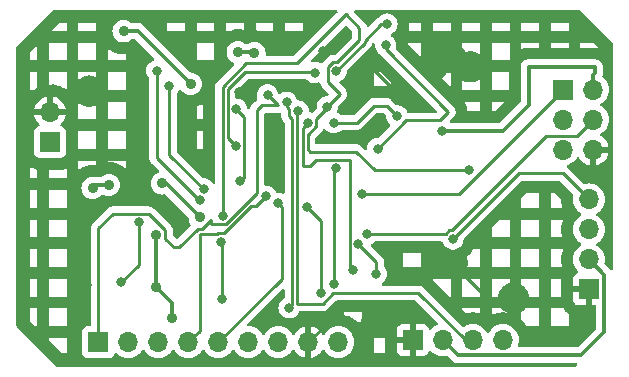
<source format=gbr>
%TF.GenerationSoftware,KiCad,Pcbnew,7.99.0-4047-gfc85112a72*%
%TF.CreationDate,2024-01-03T16:22:38+03:00*%
%TF.ProjectId,Prj 3 MCU DataLogger,50726a20-3320-44d4-9355-20446174614c,Version-1*%
%TF.SameCoordinates,Original*%
%TF.FileFunction,Copper,L2,Bot*%
%TF.FilePolarity,Positive*%
%FSLAX46Y46*%
G04 Gerber Fmt 4.6, Leading zero omitted, Abs format (unit mm)*
G04 Created by KiCad (PCBNEW 7.99.0-4047-gfc85112a72) date 2024-01-03 16:22:38*
%MOMM*%
%LPD*%
G01*
G04 APERTURE LIST*
%TA.AperFunction,ComponentPad*%
%ADD10R,1.700000X1.700000*%
%TD*%
%TA.AperFunction,ComponentPad*%
%ADD11O,1.700000X1.700000*%
%TD*%
%TA.AperFunction,ViaPad*%
%ADD12C,0.900000*%
%TD*%
%TA.AperFunction,ViaPad*%
%ADD13C,0.800000*%
%TD*%
%TA.AperFunction,Conductor*%
%ADD14C,0.350000*%
%TD*%
%TA.AperFunction,Conductor*%
%ADD15C,0.250000*%
%TD*%
G04 APERTURE END LIST*
D10*
%TO.P,J4,1,Pin_1*%
%TO.N,/MISO*%
X134264400Y-78282800D03*
D11*
%TO.P,J4,2,Pin_2*%
%TO.N,/Vcc*%
X136804400Y-78282800D03*
%TO.P,J4,3,Pin_3*%
%TO.N,/SCK*%
X134264400Y-80822800D03*
%TO.P,J4,4,Pin_4*%
%TO.N,/MOSI*%
X136804400Y-80822800D03*
%TO.P,J4,5,Pin_5*%
%TO.N,/RESET*%
X134264400Y-83362800D03*
%TO.P,J4,6,Pin_6*%
%TO.N,GND*%
X136804400Y-83362800D03*
%TD*%
D10*
%TO.P,J2,1*%
%TO.N,GND*%
X121564400Y-99491800D03*
D11*
%TO.P,J2,2*%
%TO.N,/Vcc*%
X124104400Y-99491800D03*
%TO.P,J2,3*%
%TO.N,/RX*%
X126644400Y-99491800D03*
%TO.P,J2,4*%
%TO.N,/TX*%
X129184400Y-99491800D03*
%TD*%
D10*
%TO.P,J1,1*%
%TO.N,GND*%
X136474200Y-95189200D03*
D11*
%TO.P,J1,2*%
%TO.N,/Vcc*%
X136474200Y-92649200D03*
%TO.P,J1,3*%
%TO.N,/SDA*%
X136474200Y-90109200D03*
%TO.P,J1,4*%
%TO.N,/SCK*%
X136474200Y-87569200D03*
%TD*%
D10*
%TO.P,BT1,1,+*%
%TO.N,/Vcc*%
X90855800Y-82732800D03*
D11*
%TO.P,BT1,2,-*%
%TO.N,GND*%
X90855800Y-80192800D03*
%TD*%
D10*
%TO.P,J3,1*%
%TO.N,/D2*%
X94945200Y-99669600D03*
D11*
%TO.P,J3,2*%
%TO.N,/D3*%
X97485200Y-99669600D03*
%TO.P,J3,3*%
%TO.N,/D4*%
X100025200Y-99669600D03*
%TO.P,J3,4*%
%TO.N,/D5*%
X102565200Y-99669600D03*
%TO.P,J3,5*%
%TO.N,/D6*%
X105105200Y-99669600D03*
%TO.P,J3,6*%
%TO.N,/D7*%
X107645200Y-99669600D03*
%TO.P,J3,7*%
%TO.N,/D8*%
X110185200Y-99669600D03*
%TO.P,J3,8*%
%TO.N,GND*%
X112725200Y-99669600D03*
%TO.P,J3,9*%
%TO.N,/Vcc*%
X115265200Y-99669600D03*
%TD*%
D12*
%TO.N,/Vcc*%
X103529628Y-89102428D03*
X100330000Y-86210000D03*
D13*
%TO.N,GND*%
X121361200Y-79705200D03*
X124739400Y-75514200D03*
X126441200Y-76352400D03*
X115036600Y-74777600D03*
X110261400Y-81127000D03*
X110261400Y-83540600D03*
D12*
%TO.N,/Vcc*%
X99796600Y-90551000D03*
D13*
%TO.N,GND*%
X115229008Y-82281392D03*
D12*
%TO.N,/Vcc*%
X97078800Y-73329800D03*
X102768400Y-77800200D03*
D13*
%TO.N,GND*%
X130073400Y-95935800D03*
X124891800Y-92938600D03*
D12*
%TO.N,/Vcc*%
X94462600Y-86614000D03*
X108153200Y-75209400D03*
D13*
%TO.N,Net-(U3-~{INTA})*%
X98345599Y-89523400D03*
X96875600Y-94589600D03*
%TO.N,GND*%
X118516400Y-98018600D03*
X93954600Y-94818200D03*
X116730353Y-76420553D03*
D12*
%TO.N,/Vcc*%
X99796600Y-94970600D03*
D13*
X118605000Y-83276791D03*
X119265700Y-74510900D03*
%TO.N,GND*%
X96418400Y-87528400D03*
X113995200Y-74980800D03*
X94157800Y-78409800D03*
X106832400Y-78460600D03*
X137254400Y-85369400D03*
X123240800Y-76250800D03*
D12*
%TO.N,/Vcc*%
X95834200Y-86360000D03*
X106756200Y-75107800D03*
D13*
X124028200Y-81762600D03*
D12*
X101193600Y-97612200D03*
D13*
%TO.N,Net-(U4-PB7)*%
X116967000Y-91338400D03*
X118491000Y-93903800D03*
%TO.N,/SCK*%
X119380000Y-72733200D03*
X124968000Y-90932000D03*
X113258600Y-76835000D03*
X103854598Y-86699779D03*
X115087400Y-76708000D03*
X100939600Y-77978000D03*
X106578400Y-83058000D03*
%TO.N,/SDA*%
X103525494Y-87644076D03*
X99898200Y-76682600D03*
X114325400Y-79730600D03*
X126365000Y-85115400D03*
X105460800Y-88950800D03*
%TO.N,/TX*%
X111099600Y-96748600D03*
X110892192Y-79345391D03*
%TO.N,/RX*%
X111870422Y-80102938D03*
%TO.N,/D5*%
X109140406Y-87321804D03*
%TO.N,/D6*%
X110153989Y-87907000D03*
%TO.N,/D3*%
X106971000Y-86055200D03*
X106635800Y-79940281D03*
%TO.N,/D2*%
X109270800Y-78727000D03*
%TO.N,/D4*%
X116484400Y-93573600D03*
X112674400Y-81076800D03*
%TO.N,/D8*%
X112623600Y-88239600D03*
X113817400Y-95490200D03*
%TO.N,/D7*%
X114935000Y-94716600D03*
X115062000Y-84937600D03*
%TO.N,/RESET*%
X120218200Y-80492600D03*
X114884200Y-81076800D03*
%TO.N,/MISO*%
X117271800Y-87096600D03*
%TO.N,/MOSI*%
X117729000Y-90500200D03*
%TO.N,Net-(U3-SQW{slash}~INT)*%
X105384600Y-95986600D03*
X105333800Y-91174400D03*
%TD*%
D14*
%TO.N,/Vcc*%
X100637200Y-86210000D02*
X103529628Y-89102428D01*
X100330000Y-86210000D02*
X100637200Y-86210000D01*
D15*
%TO.N,/D2*%
X94945200Y-90019800D02*
X94945200Y-99669600D01*
X96166600Y-88798400D02*
X94945200Y-90019800D01*
X99210727Y-88798400D02*
X96166600Y-88798400D01*
X100621600Y-90209273D02*
X99210727Y-88798400D01*
X100621600Y-90892727D02*
X100621600Y-90209273D01*
X101372073Y-91643200D02*
X100621600Y-90892727D01*
X103344004Y-90075600D02*
X101776404Y-91643200D01*
X101776404Y-91643200D02*
X101372073Y-91643200D01*
X103723184Y-90075600D02*
X103344004Y-90075600D01*
X104508600Y-89290184D02*
X103723184Y-90075600D01*
X104508600Y-89675800D02*
X104508600Y-89290184D01*
X105761105Y-89675800D02*
X104508600Y-89675800D01*
X108381800Y-80010000D02*
X108381800Y-87055105D01*
X108768408Y-79623392D02*
X108381800Y-80010000D01*
X110167192Y-79623392D02*
X108768408Y-79623392D01*
X109270800Y-78727000D02*
X110167192Y-79623392D01*
X108381800Y-87055105D02*
X105761105Y-89675800D01*
%TO.N,/SDA*%
X99898200Y-84074000D02*
X99898200Y-76682600D01*
X103468276Y-87644076D02*
X99898200Y-84074000D01*
X103525494Y-87644076D02*
X103468276Y-87644076D01*
%TO.N,GND*%
X121361200Y-79705200D02*
X118076553Y-76420553D01*
X118076553Y-76420553D02*
X116730353Y-76420553D01*
%TO.N,/Vcc*%
X123853777Y-80888591D02*
X120993200Y-80888591D01*
X124570784Y-80171584D02*
X123853777Y-80888591D01*
X120993200Y-80888591D02*
X118605000Y-83276791D01*
X119265700Y-74510900D02*
X119265700Y-74866500D01*
X119265700Y-74866500D02*
X124570784Y-80171584D01*
%TO.N,GND*%
X126339600Y-76250800D02*
X126441200Y-76352400D01*
X123240800Y-76250800D02*
X126339600Y-76250800D01*
X114833400Y-74980800D02*
X115036600Y-74777600D01*
X113995200Y-74980800D02*
X114833400Y-74980800D01*
%TO.N,/SDA*%
X105460800Y-78028800D02*
X105460800Y-88950800D01*
X107455200Y-76034400D02*
X105460800Y-78028800D01*
X115900200Y-71907400D02*
X111773200Y-76034400D01*
X117050400Y-74108604D02*
X117050400Y-73057600D01*
X115176004Y-75983000D02*
X117050400Y-74108604D01*
X111773200Y-76034400D02*
X107455200Y-76034400D01*
X117050400Y-73057600D02*
X115900200Y-71907400D01*
X114362400Y-76407695D02*
X114787095Y-75983000D01*
X114362400Y-77634000D02*
X114362400Y-76407695D01*
X114787095Y-75983000D02*
X115176004Y-75983000D01*
X115392200Y-78663800D02*
X114362400Y-77634000D01*
X114325400Y-79730600D02*
X115392200Y-78663800D01*
%TO.N,/SCK*%
X117500400Y-74142600D02*
X117500400Y-74295000D01*
X118909800Y-72733200D02*
X117500400Y-74142600D01*
X117500400Y-74295000D02*
X115087400Y-76708000D01*
X119380000Y-72733200D02*
X118909800Y-72733200D01*
%TO.N,GND*%
X110261400Y-81127000D02*
X110261400Y-83540600D01*
D14*
%TO.N,/Vcc*%
X99796600Y-90551000D02*
X99796600Y-94970600D01*
D15*
%TO.N,Net-(U3-~{INTA})*%
X98345599Y-93119601D02*
X96875600Y-94589600D01*
X98345599Y-89523400D02*
X98345599Y-93119601D01*
%TO.N,/SDA*%
X118349301Y-85115400D02*
X126365000Y-85115400D01*
X112877600Y-83540600D02*
X116774501Y-83540600D01*
X112685400Y-82091105D02*
X112685400Y-83348400D01*
X116774501Y-83540600D02*
X118349301Y-85115400D01*
X113399400Y-81377105D02*
X112685400Y-82091105D01*
X113399400Y-80776495D02*
X113399400Y-81377105D01*
X114325400Y-79730600D02*
X114325400Y-79850495D01*
X114325400Y-79850495D02*
X113399400Y-80776495D01*
X112685400Y-83348400D02*
X112877600Y-83540600D01*
%TO.N,/D4*%
X112235400Y-81515800D02*
X112674400Y-81076800D01*
X112882190Y-84709000D02*
X112235400Y-84709000D01*
X116242000Y-93331200D02*
X116242000Y-84201000D01*
X112235400Y-84709000D02*
X112235400Y-81515800D01*
X116484400Y-93573600D02*
X116242000Y-93331200D01*
X116242000Y-84201000D02*
X113390190Y-84201000D01*
X113390190Y-84201000D02*
X112882190Y-84709000D01*
%TO.N,/D7*%
X115062000Y-84937600D02*
X114935000Y-85064600D01*
X114935000Y-85064600D02*
X114935000Y-94716600D01*
%TO.N,/D3*%
X106635800Y-79940281D02*
X107303400Y-80607881D01*
X107303400Y-80607881D02*
X107303400Y-85722800D01*
X107303400Y-85722800D02*
X106971000Y-86055200D01*
%TO.N,/SCK*%
X113207800Y-76784200D02*
X113258600Y-76835000D01*
X105910800Y-78215196D02*
X107341796Y-76784200D01*
X107341796Y-76784200D02*
X113207800Y-76784200D01*
X105910800Y-82390400D02*
X105910800Y-78215196D01*
X106578400Y-83058000D02*
X105910800Y-82390400D01*
%TO.N,/D5*%
X103530400Y-90525600D02*
X103530400Y-98704400D01*
X103530400Y-98704400D02*
X102565200Y-99669600D01*
X105033495Y-90449400D02*
X104957295Y-90525600D01*
X104957295Y-90525600D02*
X103530400Y-90525600D01*
X105623902Y-90449400D02*
X105033495Y-90449400D01*
X107904551Y-88168751D02*
X105623902Y-90449400D01*
X108293459Y-88168751D02*
X107904551Y-88168751D01*
X109140406Y-87321804D02*
X108293459Y-88168751D01*
D14*
%TO.N,/Vcc*%
X102768400Y-77800200D02*
X98298000Y-73329800D01*
X98298000Y-73329800D02*
X97078800Y-73329800D01*
D15*
%TO.N,GND*%
X127889000Y-95935800D02*
X124891800Y-92938600D01*
X130073400Y-95935800D02*
X127889000Y-95935800D01*
%TO.N,/RX*%
X126034800Y-99491800D02*
X126644400Y-99491800D01*
X114828905Y-95504000D02*
X122047000Y-95504000D01*
X113923810Y-96409095D02*
X114828905Y-95504000D01*
X111785400Y-96409095D02*
X113923810Y-96409095D01*
X111785400Y-80187960D02*
X111785400Y-96409095D01*
X122047000Y-95504000D02*
X126034800Y-99491800D01*
X111870422Y-80102938D02*
X111785400Y-80187960D01*
D14*
%TO.N,/Vcc*%
X137769600Y-98831400D02*
X137769600Y-93944600D01*
X135834200Y-100766800D02*
X137769600Y-98831400D01*
X125379400Y-100766800D02*
X135834200Y-100766800D01*
X124104400Y-99491800D02*
X125379400Y-100766800D01*
D15*
%TO.N,GND*%
X119989600Y-99491800D02*
X118516400Y-98018600D01*
X121564400Y-99491800D02*
X119989600Y-99491800D01*
D14*
%TO.N,/Vcc*%
X137769600Y-93944600D02*
X136474200Y-92649200D01*
D15*
%TO.N,/SCK*%
X130530600Y-85369400D02*
X124968000Y-90932000D01*
X134274400Y-85369400D02*
X130530600Y-85369400D01*
X136474200Y-87569200D02*
X134274400Y-85369400D01*
%TO.N,/TX*%
X111335400Y-80788505D02*
X111335400Y-96512800D01*
X111060400Y-80513505D02*
X111335400Y-80788505D01*
X111335400Y-96512800D02*
X111099600Y-96748600D01*
X111060399Y-79902507D02*
X111060400Y-80513505D01*
X110892192Y-79345391D02*
X110892192Y-79734301D01*
X110892192Y-79734301D02*
X111060399Y-79902507D01*
%TO.N,/RX*%
X111870422Y-80102938D02*
X111785560Y-80187800D01*
X111785560Y-80187800D02*
X111785400Y-80187800D01*
D14*
%TO.N,/Vcc*%
X94716600Y-86360000D02*
X94462600Y-86614000D01*
X95834200Y-86360000D02*
X94716600Y-86360000D01*
X108051600Y-75107800D02*
X108153200Y-75209400D01*
X106756200Y-75107800D02*
X108051600Y-75107800D01*
D15*
%TO.N,GND*%
X114376200Y-98018600D02*
X118516400Y-98018600D01*
X112725200Y-99669600D02*
X114376200Y-98018600D01*
D14*
%TO.N,/Vcc*%
X101193600Y-96367600D02*
X99796600Y-94970600D01*
X101193600Y-97612200D02*
X101193600Y-96367600D01*
D15*
%TO.N,/RESET*%
X119354600Y-79629000D02*
X120218200Y-80492600D01*
X118259751Y-79629000D02*
X119354600Y-79629000D01*
X116811951Y-81076800D02*
X118259751Y-79629000D01*
X114884200Y-81076800D02*
X116811951Y-81076800D01*
%TO.N,GND*%
X137254400Y-83812800D02*
X136804400Y-83362800D01*
D14*
%TO.N,/Vcc*%
X136982200Y-76885800D02*
X136804400Y-77063600D01*
X124028200Y-81762600D02*
X129184400Y-81762600D01*
X131368800Y-76403200D02*
X136982200Y-76403200D01*
X136982200Y-76403200D02*
X136982200Y-76885800D01*
X136804400Y-77063600D02*
X136804400Y-78282800D01*
X131368800Y-79578200D02*
X131368800Y-76403200D01*
X129184400Y-81762600D02*
X131368800Y-79578200D01*
D15*
%TO.N,Net-(U4-PB7)*%
X118491000Y-92862400D02*
X116967000Y-91338400D01*
X118491000Y-93903800D02*
X118491000Y-92862400D01*
%TO.N,/SCK*%
X100939600Y-83784781D02*
X100939600Y-77978000D01*
X103854598Y-86699779D02*
X100939600Y-83784781D01*
%TO.N,/D6*%
X110497200Y-94277600D02*
X110497200Y-88468200D01*
X105105200Y-99669600D02*
X110497200Y-94277600D01*
X110497200Y-88250211D02*
X110153989Y-87907000D01*
X110497200Y-88468200D02*
X110497200Y-88250211D01*
%TO.N,/D8*%
X113817400Y-89433400D02*
X112623600Y-88239600D01*
X113817400Y-95490200D02*
X113817400Y-89433400D01*
%TO.N,/MISO*%
X134264400Y-78282800D02*
X125450600Y-87096600D01*
X125450600Y-87096600D02*
X117271800Y-87096600D01*
%TO.N,/MOSI*%
X117729000Y-90500200D02*
X117678200Y-90500200D01*
X135439400Y-82187800D02*
X132874000Y-82187800D01*
X124374495Y-90500200D02*
X117729000Y-90500200D01*
X124854800Y-90207000D02*
X124667695Y-90207000D01*
X124667695Y-90207000D02*
X124374495Y-90500200D01*
X132874000Y-82187800D02*
X124854800Y-90207000D01*
X136804400Y-80822800D02*
X135439400Y-82187800D01*
%TO.N,Net-(U3-SQW{slash}~INT)*%
X105384600Y-95986600D02*
X105384600Y-91225200D01*
X105384600Y-91225200D02*
X105333800Y-91174400D01*
%TD*%
%TA.AperFunction,Conductor*%
%TO.N,GND*%
G36*
X115138886Y-71571485D02*
G01*
X115184641Y-71624289D01*
X115194585Y-71693447D01*
X115165560Y-71757003D01*
X115159528Y-71763481D01*
X111550429Y-75372581D01*
X111489106Y-75406066D01*
X111462748Y-75408900D01*
X109225463Y-75408900D01*
X109158424Y-75389215D01*
X109112669Y-75336411D01*
X109102060Y-75272746D01*
X109104183Y-75251189D01*
X109108299Y-75209400D01*
X109090472Y-75028400D01*
X109089947Y-75023068D01*
X109089946Y-75023066D01*
X109035596Y-74843899D01*
X109035595Y-74843897D01*
X108947337Y-74678776D01*
X108947335Y-74678773D01*
X108828557Y-74534042D01*
X108683826Y-74415264D01*
X108683823Y-74415262D01*
X108518702Y-74327004D01*
X108339533Y-74272653D01*
X108339531Y-74272652D01*
X108153200Y-74254301D01*
X107966868Y-74272652D01*
X107966866Y-74272653D01*
X107787701Y-74327003D01*
X107618094Y-74417659D01*
X107559641Y-74432300D01*
X107475751Y-74432300D01*
X107408712Y-74412615D01*
X107397086Y-74404153D01*
X107286826Y-74313664D01*
X107286823Y-74313662D01*
X107121702Y-74225404D01*
X106942533Y-74171053D01*
X106942531Y-74171052D01*
X106756200Y-74152701D01*
X106569868Y-74171052D01*
X106569866Y-74171053D01*
X106390697Y-74225404D01*
X106225576Y-74313662D01*
X106225573Y-74313664D01*
X106080842Y-74432442D01*
X105962064Y-74577173D01*
X105962062Y-74577176D01*
X105873804Y-74742297D01*
X105819453Y-74921466D01*
X105819452Y-74921468D01*
X105801101Y-75107800D01*
X105819452Y-75294131D01*
X105819453Y-75294133D01*
X105873804Y-75473302D01*
X105962062Y-75638423D01*
X105962064Y-75638426D01*
X106080842Y-75783157D01*
X106225573Y-75901935D01*
X106225576Y-75901937D01*
X106389294Y-75989446D01*
X106439138Y-76038408D01*
X106454599Y-76106546D01*
X106430767Y-76172226D01*
X106418522Y-76186485D01*
X105390195Y-77214814D01*
X105062069Y-77542940D01*
X105062067Y-77542942D01*
X105038223Y-77566786D01*
X104974942Y-77630066D01*
X104954350Y-77660885D01*
X104954349Y-77660884D01*
X104906487Y-77732515D01*
X104896133Y-77757514D01*
X104882783Y-77789744D01*
X104859338Y-77846344D01*
X104859335Y-77846356D01*
X104835300Y-77967189D01*
X104835300Y-86134629D01*
X104815615Y-86201668D01*
X104762811Y-86247423D01*
X104693653Y-86257367D01*
X104630097Y-86228342D01*
X104603913Y-86196630D01*
X104590656Y-86173669D01*
X104587131Y-86167563D01*
X104460469Y-86026891D01*
X104460468Y-86026890D01*
X104307332Y-85915630D01*
X104307327Y-85915627D01*
X104134405Y-85838636D01*
X104134400Y-85838634D01*
X103961104Y-85801800D01*
X103949244Y-85799279D01*
X103949243Y-85799279D01*
X103890051Y-85799279D01*
X103823012Y-85779594D01*
X103802370Y-85762960D01*
X101601419Y-83562009D01*
X101567934Y-83500686D01*
X101565100Y-83474328D01*
X101565100Y-81799800D01*
X103259000Y-81799800D01*
X103259000Y-83301800D01*
X103837300Y-83301800D01*
X103837300Y-81799800D01*
X103259000Y-81799800D01*
X101565100Y-81799800D01*
X101565100Y-80801800D01*
X103259000Y-80801800D01*
X103837300Y-80801800D01*
X103837300Y-79434956D01*
X103833096Y-79437765D01*
X103827955Y-79441020D01*
X103796378Y-79459946D01*
X103791084Y-79462945D01*
X103582739Y-79574307D01*
X103577302Y-79577044D01*
X103544005Y-79592792D01*
X103538438Y-79595259D01*
X103493163Y-79614011D01*
X103487488Y-79616201D01*
X103452829Y-79628602D01*
X103447051Y-79630510D01*
X103259000Y-79687555D01*
X103259000Y-80801800D01*
X101565100Y-80801800D01*
X101565100Y-78676687D01*
X101584785Y-78609648D01*
X101596950Y-78593715D01*
X101624832Y-78562747D01*
X101672133Y-78510216D01*
X101766779Y-78346284D01*
X101766781Y-78346275D01*
X101768121Y-78343956D01*
X101818688Y-78295740D01*
X101887295Y-78282516D01*
X101952160Y-78308484D01*
X101971362Y-78327290D01*
X102093042Y-78475557D01*
X102237773Y-78594335D01*
X102237776Y-78594337D01*
X102318421Y-78637442D01*
X102402899Y-78682596D01*
X102582066Y-78736946D01*
X102582068Y-78736947D01*
X102598774Y-78738592D01*
X102768400Y-78755299D01*
X102954731Y-78736947D01*
X103133901Y-78682596D01*
X103299025Y-78594336D01*
X103443757Y-78475557D01*
X103562536Y-78330825D01*
X103650796Y-78165701D01*
X103705147Y-77986531D01*
X103723499Y-77800200D01*
X103705147Y-77613869D01*
X103650796Y-77434699D01*
X103624193Y-77384928D01*
X103562537Y-77269576D01*
X103562535Y-77269573D01*
X103443757Y-77124842D01*
X103299026Y-77006064D01*
X103299023Y-77006062D01*
X103133902Y-76917804D01*
X102954732Y-76863453D01*
X102812776Y-76849471D01*
X102747989Y-76823310D01*
X102737250Y-76813749D01*
X100223302Y-74299800D01*
X103259000Y-74299800D01*
X103259000Y-75801800D01*
X104761000Y-75801800D01*
X104761000Y-74299800D01*
X103259000Y-74299800D01*
X100223302Y-74299800D01*
X98728609Y-72805107D01*
X98728605Y-72805104D01*
X98617975Y-72731183D01*
X98617965Y-72731178D01*
X98495036Y-72680259D01*
X98495028Y-72680257D01*
X98472621Y-72675800D01*
X100759000Y-72675800D01*
X100759000Y-73301800D01*
X102261000Y-73301800D01*
X102261000Y-72675800D01*
X103259000Y-72675800D01*
X103259000Y-73301800D01*
X104761000Y-73301800D01*
X104761000Y-72675800D01*
X105759000Y-72675800D01*
X105759000Y-73301800D01*
X106012577Y-73301800D01*
X106031436Y-73293989D01*
X106037112Y-73291799D01*
X106071771Y-73279398D01*
X106077549Y-73277490D01*
X106303608Y-73208915D01*
X106309474Y-73207291D01*
X106345188Y-73198345D01*
X106351126Y-73197012D01*
X106399191Y-73187451D01*
X106405185Y-73186411D01*
X106441616Y-73181006D01*
X106447660Y-73180260D01*
X106682765Y-73157105D01*
X106688834Y-73156657D01*
X106725612Y-73154850D01*
X106731697Y-73154701D01*
X106780703Y-73154701D01*
X106786788Y-73154850D01*
X106823566Y-73156657D01*
X106829635Y-73157105D01*
X107064740Y-73180260D01*
X107070784Y-73181006D01*
X107107215Y-73186411D01*
X107113209Y-73187451D01*
X107161274Y-73197012D01*
X107167212Y-73198345D01*
X107202926Y-73207291D01*
X107208792Y-73208914D01*
X107261000Y-73224751D01*
X107261000Y-72675800D01*
X108259000Y-72675800D01*
X108259000Y-73261892D01*
X108461740Y-73281860D01*
X108467784Y-73282606D01*
X108504215Y-73288011D01*
X108510209Y-73289051D01*
X108558274Y-73298612D01*
X108564212Y-73299945D01*
X108571617Y-73301800D01*
X109761000Y-73301800D01*
X109761000Y-72675800D01*
X110759000Y-72675800D01*
X110759000Y-73301800D01*
X112209825Y-73301800D01*
X112261000Y-73250625D01*
X112261000Y-72675800D01*
X110759000Y-72675800D01*
X109761000Y-72675800D01*
X108259000Y-72675800D01*
X107261000Y-72675800D01*
X105759000Y-72675800D01*
X104761000Y-72675800D01*
X103259000Y-72675800D01*
X102261000Y-72675800D01*
X100759000Y-72675800D01*
X98472621Y-72675800D01*
X98364535Y-72654300D01*
X98364531Y-72654300D01*
X97798351Y-72654300D01*
X97731312Y-72634615D01*
X97719686Y-72626153D01*
X97609426Y-72535664D01*
X97609423Y-72535662D01*
X97444302Y-72447404D01*
X97265133Y-72393053D01*
X97265131Y-72393052D01*
X97078800Y-72374701D01*
X96892468Y-72393052D01*
X96892466Y-72393053D01*
X96713297Y-72447404D01*
X96548176Y-72535662D01*
X96548173Y-72535664D01*
X96403442Y-72654442D01*
X96284664Y-72799173D01*
X96284662Y-72799176D01*
X96196404Y-72964297D01*
X96142053Y-73143466D01*
X96142052Y-73143468D01*
X96123701Y-73329800D01*
X96142052Y-73516131D01*
X96142053Y-73516133D01*
X96196404Y-73695302D01*
X96284662Y-73860423D01*
X96284664Y-73860426D01*
X96403442Y-74005157D01*
X96548173Y-74123935D01*
X96548176Y-74123937D01*
X96636323Y-74171052D01*
X96713299Y-74212196D01*
X96852100Y-74254301D01*
X96892466Y-74266546D01*
X96892468Y-74266547D01*
X96909174Y-74268192D01*
X97078800Y-74284899D01*
X97265131Y-74266547D01*
X97444301Y-74212196D01*
X97609425Y-74123936D01*
X97719686Y-74033447D01*
X97783996Y-74006134D01*
X97798351Y-74005300D01*
X97966837Y-74005300D01*
X98033876Y-74024985D01*
X98054518Y-74041619D01*
X99640248Y-75627349D01*
X99673733Y-75688672D01*
X99668749Y-75758364D01*
X99626877Y-75814297D01*
X99603003Y-75828309D01*
X99445470Y-75898448D01*
X99445465Y-75898451D01*
X99292329Y-76009711D01*
X99165666Y-76150385D01*
X99071021Y-76314315D01*
X99071018Y-76314322D01*
X99012527Y-76494340D01*
X99012526Y-76494344D01*
X98992740Y-76682600D01*
X99012526Y-76870856D01*
X99012527Y-76870859D01*
X99071018Y-77050877D01*
X99071021Y-77050884D01*
X99165667Y-77214816D01*
X99192222Y-77244308D01*
X99240850Y-77298315D01*
X99271080Y-77361306D01*
X99272700Y-77381287D01*
X99272700Y-84135606D01*
X99285911Y-84202024D01*
X99296737Y-84256453D01*
X99305584Y-84277811D01*
X99343885Y-84370281D01*
X99343891Y-84370292D01*
X99373697Y-84414897D01*
X99373698Y-84414900D01*
X99373699Y-84414900D01*
X99412341Y-84472733D01*
X99503786Y-84564178D01*
X99503808Y-84564198D01*
X100050471Y-85110861D01*
X100083956Y-85172184D01*
X100078972Y-85241876D01*
X100037100Y-85297809D01*
X99998788Y-85317202D01*
X99964495Y-85327605D01*
X99799376Y-85415862D01*
X99799373Y-85415864D01*
X99654642Y-85534642D01*
X99535864Y-85679373D01*
X99535862Y-85679376D01*
X99447604Y-85844497D01*
X99393253Y-86023666D01*
X99393252Y-86023668D01*
X99374901Y-86210000D01*
X99393252Y-86396331D01*
X99393253Y-86396333D01*
X99447604Y-86575502D01*
X99535862Y-86740623D01*
X99535864Y-86740626D01*
X99654642Y-86885357D01*
X99799373Y-87004135D01*
X99799376Y-87004137D01*
X99877426Y-87045855D01*
X99964499Y-87092396D01*
X100136667Y-87144623D01*
X100143666Y-87146746D01*
X100143668Y-87146747D01*
X100160374Y-87148392D01*
X100330000Y-87165099D01*
X100516331Y-87146747D01*
X100523708Y-87144508D01*
X100593574Y-87143884D01*
X100647387Y-87175488D01*
X102543177Y-89071278D01*
X102576662Y-89132601D01*
X102578899Y-89146804D01*
X102592881Y-89288760D01*
X102592881Y-89288761D01*
X102647232Y-89467930D01*
X102735490Y-89633051D01*
X102735493Y-89633055D01*
X102739229Y-89637607D01*
X102766543Y-89701916D01*
X102754753Y-89770784D01*
X102731058Y-89803954D01*
X101661919Y-90873094D01*
X101600596Y-90906579D01*
X101530904Y-90901595D01*
X101486557Y-90873094D01*
X101283419Y-90669956D01*
X101249934Y-90608633D01*
X101247100Y-90582275D01*
X101247100Y-90147666D01*
X101247099Y-90147662D01*
X101239448Y-90109199D01*
X101223063Y-90026821D01*
X101178595Y-89919466D01*
X101175912Y-89912988D01*
X101172449Y-89907806D01*
X101107458Y-89810540D01*
X101107455Y-89810536D01*
X99703655Y-88406738D01*
X99703652Y-88406734D01*
X99703652Y-88406735D01*
X99696585Y-88399668D01*
X99696585Y-88399667D01*
X99609460Y-88312542D01*
X99545157Y-88269576D01*
X99545158Y-88269576D01*
X99545156Y-88269574D01*
X99507017Y-88244090D01*
X99507013Y-88244088D01*
X99479391Y-88232647D01*
X99426519Y-88210747D01*
X99393179Y-88196937D01*
X99393175Y-88196936D01*
X99393171Y-88196935D01*
X99322848Y-88182947D01*
X99322847Y-88182947D01*
X99272338Y-88172900D01*
X99272334Y-88172900D01*
X99272333Y-88172900D01*
X96228206Y-88172900D01*
X96104993Y-88172900D01*
X96104988Y-88172900D01*
X95984155Y-88196935D01*
X95984147Y-88196937D01*
X95870316Y-88244087D01*
X95778061Y-88305729D01*
X95778062Y-88305730D01*
X95767864Y-88312543D01*
X95767860Y-88312547D01*
X94842612Y-89237797D01*
X94546469Y-89533940D01*
X94546467Y-89533942D01*
X94522931Y-89557478D01*
X94459344Y-89621064D01*
X94459342Y-89621067D01*
X94442992Y-89645537D01*
X94442991Y-89645539D01*
X94442990Y-89645538D01*
X94390889Y-89723512D01*
X94390885Y-89723519D01*
X94367775Y-89779314D01*
X94343738Y-89837343D01*
X94343735Y-89837353D01*
X94336147Y-89875498D01*
X94336148Y-89875499D01*
X94322149Y-89945883D01*
X94319700Y-89958196D01*
X94319700Y-98195100D01*
X94300015Y-98262139D01*
X94247211Y-98307894D01*
X94195701Y-98319100D01*
X94047330Y-98319100D01*
X94047323Y-98319101D01*
X93987716Y-98325508D01*
X93852871Y-98375802D01*
X93852864Y-98375806D01*
X93737655Y-98462052D01*
X93737652Y-98462055D01*
X93651406Y-98577264D01*
X93651402Y-98577271D01*
X93601108Y-98712117D01*
X93594701Y-98771716D01*
X93594700Y-98771735D01*
X93594700Y-100567470D01*
X93594701Y-100567476D01*
X93601108Y-100627083D01*
X93651402Y-100761928D01*
X93651406Y-100761935D01*
X93737652Y-100877144D01*
X93737655Y-100877147D01*
X93852864Y-100963393D01*
X93852871Y-100963397D01*
X93987717Y-101013691D01*
X93987716Y-101013691D01*
X93994644Y-101014435D01*
X94047327Y-101020100D01*
X95843072Y-101020099D01*
X95902683Y-101013691D01*
X96037531Y-100963396D01*
X96152746Y-100877146D01*
X96238996Y-100761931D01*
X96288010Y-100630516D01*
X96329881Y-100574584D01*
X96395345Y-100550166D01*
X96463618Y-100565017D01*
X96491873Y-100586169D01*
X96613799Y-100708095D01*
X96696069Y-100765701D01*
X96807365Y-100843632D01*
X96807367Y-100843633D01*
X96807370Y-100843635D01*
X97021537Y-100943503D01*
X97249792Y-101004663D01*
X97426234Y-101020100D01*
X97485199Y-101025259D01*
X97485200Y-101025259D01*
X97485201Y-101025259D01*
X97544166Y-101020100D01*
X97720608Y-101004663D01*
X97948863Y-100943503D01*
X98163030Y-100843635D01*
X98356601Y-100708095D01*
X98523695Y-100541001D01*
X98653625Y-100355442D01*
X98708202Y-100311817D01*
X98777700Y-100304623D01*
X98840055Y-100336146D01*
X98856775Y-100355442D01*
X98986700Y-100540995D01*
X98986705Y-100541001D01*
X99153799Y-100708095D01*
X99236069Y-100765701D01*
X99347365Y-100843632D01*
X99347367Y-100843633D01*
X99347370Y-100843635D01*
X99561537Y-100943503D01*
X99789792Y-101004663D01*
X99966234Y-101020100D01*
X100025199Y-101025259D01*
X100025200Y-101025259D01*
X100025201Y-101025259D01*
X100084166Y-101020100D01*
X100260608Y-101004663D01*
X100488863Y-100943503D01*
X100703030Y-100843635D01*
X100896601Y-100708095D01*
X101063695Y-100541001D01*
X101193625Y-100355442D01*
X101248202Y-100311817D01*
X101317700Y-100304623D01*
X101380055Y-100336146D01*
X101396775Y-100355442D01*
X101526700Y-100540995D01*
X101526705Y-100541001D01*
X101693799Y-100708095D01*
X101776069Y-100765701D01*
X101887365Y-100843632D01*
X101887367Y-100843633D01*
X101887370Y-100843635D01*
X102101537Y-100943503D01*
X102329792Y-101004663D01*
X102506234Y-101020100D01*
X102565199Y-101025259D01*
X102565200Y-101025259D01*
X102565201Y-101025259D01*
X102624166Y-101020100D01*
X102800608Y-101004663D01*
X103028863Y-100943503D01*
X103243030Y-100843635D01*
X103436601Y-100708095D01*
X103603695Y-100541001D01*
X103733625Y-100355442D01*
X103788202Y-100311817D01*
X103857700Y-100304623D01*
X103920055Y-100336146D01*
X103936775Y-100355442D01*
X104066700Y-100540995D01*
X104066705Y-100541001D01*
X104233799Y-100708095D01*
X104316069Y-100765701D01*
X104427365Y-100843632D01*
X104427367Y-100843633D01*
X104427370Y-100843635D01*
X104641537Y-100943503D01*
X104869792Y-101004663D01*
X105046234Y-101020100D01*
X105105199Y-101025259D01*
X105105200Y-101025259D01*
X105105201Y-101025259D01*
X105164166Y-101020100D01*
X105340608Y-101004663D01*
X105568863Y-100943503D01*
X105783030Y-100843635D01*
X105976601Y-100708095D01*
X106143695Y-100541001D01*
X106273625Y-100355442D01*
X106328202Y-100311817D01*
X106397700Y-100304623D01*
X106460055Y-100336146D01*
X106476775Y-100355442D01*
X106606700Y-100540995D01*
X106606705Y-100541001D01*
X106773799Y-100708095D01*
X106856069Y-100765701D01*
X106967365Y-100843632D01*
X106967367Y-100843633D01*
X106967370Y-100843635D01*
X107181537Y-100943503D01*
X107409792Y-101004663D01*
X107586234Y-101020100D01*
X107645199Y-101025259D01*
X107645200Y-101025259D01*
X107645201Y-101025259D01*
X107704166Y-101020100D01*
X107880608Y-101004663D01*
X108108863Y-100943503D01*
X108323030Y-100843635D01*
X108516601Y-100708095D01*
X108683695Y-100541001D01*
X108813625Y-100355442D01*
X108868202Y-100311817D01*
X108937700Y-100304623D01*
X109000055Y-100336146D01*
X109016775Y-100355442D01*
X109146700Y-100540995D01*
X109146705Y-100541001D01*
X109313799Y-100708095D01*
X109396069Y-100765701D01*
X109507365Y-100843632D01*
X109507367Y-100843633D01*
X109507370Y-100843635D01*
X109721537Y-100943503D01*
X109949792Y-101004663D01*
X110126234Y-101020100D01*
X110185199Y-101025259D01*
X110185200Y-101025259D01*
X110185201Y-101025259D01*
X110244166Y-101020100D01*
X110420608Y-101004663D01*
X110648863Y-100943503D01*
X110863030Y-100843635D01*
X111056601Y-100708095D01*
X111223695Y-100541001D01*
X111353930Y-100355005D01*
X111408507Y-100311381D01*
X111478005Y-100304187D01*
X111540360Y-100335710D01*
X111557079Y-100355005D01*
X111687090Y-100540678D01*
X111854117Y-100707705D01*
X112047621Y-100843200D01*
X112261707Y-100943029D01*
X112261716Y-100943033D01*
X112475200Y-101000234D01*
X112475200Y-100102612D01*
X112532207Y-100135525D01*
X112659374Y-100169600D01*
X112791026Y-100169600D01*
X112918193Y-100135525D01*
X112975200Y-100102612D01*
X112975200Y-101000233D01*
X113188683Y-100943033D01*
X113188692Y-100943029D01*
X113402778Y-100843200D01*
X113596282Y-100707705D01*
X113763305Y-100540682D01*
X113893319Y-100355005D01*
X113947896Y-100311381D01*
X114017395Y-100304188D01*
X114079749Y-100335710D01*
X114096469Y-100355005D01*
X114226705Y-100541001D01*
X114393799Y-100708095D01*
X114476069Y-100765701D01*
X114587365Y-100843632D01*
X114587367Y-100843633D01*
X114587370Y-100843635D01*
X114801537Y-100943503D01*
X115029792Y-101004663D01*
X115206234Y-101020100D01*
X115265199Y-101025259D01*
X115265200Y-101025259D01*
X115265201Y-101025259D01*
X115324166Y-101020100D01*
X115500608Y-101004663D01*
X115728863Y-100943503D01*
X115943030Y-100843635D01*
X116136601Y-100708095D01*
X116241696Y-100603000D01*
X118259000Y-100603000D01*
X119234371Y-100603000D01*
X119232922Y-100594538D01*
X119231855Y-100586869D01*
X119220689Y-100483017D01*
X119220377Y-100479705D01*
X119218764Y-100459656D01*
X119218542Y-100456342D01*
X119217113Y-100429655D01*
X119216980Y-100426339D01*
X119216444Y-100406291D01*
X119216400Y-100402977D01*
X119216400Y-99541254D01*
X119225839Y-99493802D01*
X119226668Y-99491800D01*
X119225839Y-99489798D01*
X119216400Y-99442346D01*
X119216400Y-99299800D01*
X118868051Y-99299800D01*
X118650381Y-99340489D01*
X118627596Y-99342600D01*
X118405204Y-99342600D01*
X118382419Y-99340489D01*
X118259000Y-99317418D01*
X118259000Y-100603000D01*
X116241696Y-100603000D01*
X116303695Y-100541001D01*
X116439235Y-100347430D01*
X116539103Y-100133263D01*
X116600263Y-99905008D01*
X116620859Y-99669600D01*
X116600263Y-99434192D01*
X116539103Y-99205937D01*
X116439235Y-98991771D01*
X116433931Y-98984195D01*
X116303694Y-98798197D01*
X116136602Y-98631106D01*
X116136595Y-98631101D01*
X116120915Y-98620122D01*
X116059718Y-98577271D01*
X115943034Y-98495567D01*
X115943030Y-98495565D01*
X115940952Y-98494596D01*
X115728863Y-98395697D01*
X115728859Y-98395696D01*
X115728855Y-98395694D01*
X115500613Y-98334538D01*
X115500603Y-98334536D01*
X115265201Y-98313941D01*
X115265199Y-98313941D01*
X115029796Y-98334536D01*
X115029786Y-98334538D01*
X114801544Y-98395694D01*
X114801535Y-98395698D01*
X114587371Y-98495564D01*
X114587369Y-98495565D01*
X114393797Y-98631105D01*
X114226708Y-98798194D01*
X114096469Y-98984195D01*
X114041892Y-99027819D01*
X113972393Y-99035012D01*
X113910039Y-99003490D01*
X113893319Y-98984194D01*
X113763313Y-98798526D01*
X113763308Y-98798520D01*
X113596282Y-98631494D01*
X113402778Y-98495999D01*
X113188692Y-98396170D01*
X113188686Y-98396167D01*
X112975200Y-98338964D01*
X112975200Y-99236588D01*
X112918193Y-99203675D01*
X112791026Y-99169600D01*
X112659374Y-99169600D01*
X112532207Y-99203675D01*
X112475200Y-99236588D01*
X112475200Y-98338964D01*
X112475199Y-98338964D01*
X112261713Y-98396167D01*
X112261707Y-98396170D01*
X112047622Y-98495999D01*
X112047620Y-98496000D01*
X111854126Y-98631486D01*
X111854120Y-98631491D01*
X111687091Y-98798520D01*
X111687090Y-98798522D01*
X111557080Y-98984195D01*
X111502503Y-99027819D01*
X111433004Y-99035012D01*
X111370650Y-99003490D01*
X111353930Y-98984194D01*
X111223694Y-98798197D01*
X111056602Y-98631106D01*
X111056595Y-98631101D01*
X111040915Y-98620122D01*
X110979718Y-98577271D01*
X110863034Y-98495567D01*
X110863030Y-98495565D01*
X110860952Y-98494596D01*
X110648863Y-98395697D01*
X110648859Y-98395696D01*
X110648855Y-98395694D01*
X110420613Y-98334538D01*
X110420603Y-98334536D01*
X110185201Y-98313941D01*
X110185199Y-98313941D01*
X109949796Y-98334536D01*
X109949786Y-98334538D01*
X109721544Y-98395694D01*
X109721535Y-98395698D01*
X109507371Y-98495564D01*
X109507369Y-98495565D01*
X109313797Y-98631105D01*
X109146705Y-98798197D01*
X109016775Y-98983758D01*
X108962198Y-99027383D01*
X108892700Y-99034577D01*
X108830345Y-99003054D01*
X108813625Y-98983758D01*
X108683694Y-98798197D01*
X108516602Y-98631106D01*
X108516595Y-98631101D01*
X108500915Y-98620122D01*
X108439718Y-98577271D01*
X108323034Y-98495567D01*
X108323030Y-98495565D01*
X108320952Y-98494596D01*
X108108863Y-98395697D01*
X108108859Y-98395696D01*
X108108855Y-98395694D01*
X107880613Y-98334538D01*
X107880603Y-98334536D01*
X107645201Y-98313941D01*
X107644811Y-98313941D01*
X107644645Y-98313892D01*
X107639806Y-98313469D01*
X107639891Y-98312496D01*
X107577772Y-98294256D01*
X107532017Y-98241452D01*
X107522073Y-98172294D01*
X107551098Y-98108738D01*
X107557130Y-98102260D01*
X110498219Y-95161171D01*
X110559542Y-95127686D01*
X110629234Y-95132670D01*
X110685167Y-95174542D01*
X110709584Y-95240006D01*
X110709900Y-95248852D01*
X110709900Y-95856467D01*
X110690215Y-95923506D01*
X110651781Y-95960153D01*
X110652127Y-95960629D01*
X110648578Y-95963207D01*
X110647900Y-95963854D01*
X110646868Y-95964449D01*
X110493729Y-96075711D01*
X110367066Y-96216385D01*
X110272421Y-96380315D01*
X110272418Y-96380322D01*
X110227420Y-96518814D01*
X110213926Y-96560344D01*
X110194140Y-96748600D01*
X110213926Y-96936856D01*
X110213927Y-96936859D01*
X110272418Y-97116877D01*
X110272421Y-97116884D01*
X110367067Y-97280816D01*
X110493729Y-97421488D01*
X110646865Y-97532748D01*
X110646870Y-97532751D01*
X110819792Y-97609742D01*
X110819797Y-97609744D01*
X111004954Y-97649100D01*
X111004955Y-97649100D01*
X111194244Y-97649100D01*
X111194246Y-97649100D01*
X111379403Y-97609744D01*
X111552330Y-97532751D01*
X111705471Y-97421488D01*
X111832133Y-97280816D01*
X111920650Y-97127500D01*
X115759000Y-97127500D01*
X115759000Y-97370567D01*
X116008208Y-97437341D01*
X116013405Y-97438856D01*
X116044640Y-97448705D01*
X116049768Y-97450446D01*
X116090700Y-97465347D01*
X116095735Y-97467305D01*
X116125956Y-97479823D01*
X116130908Y-97482002D01*
X116384537Y-97600272D01*
X116389388Y-97602664D01*
X116418409Y-97617771D01*
X116423149Y-97620371D01*
X116460873Y-97642149D01*
X116465502Y-97644958D01*
X116493116Y-97662550D01*
X116497615Y-97665556D01*
X116726878Y-97826088D01*
X116731242Y-97829289D01*
X116757222Y-97849225D01*
X116761443Y-97852612D01*
X116794810Y-97880612D01*
X116798878Y-97884180D01*
X116822994Y-97906280D01*
X116826898Y-97910018D01*
X117024790Y-98107909D01*
X117028530Y-98111816D01*
X117050649Y-98135954D01*
X117054220Y-98140026D01*
X117082218Y-98173395D01*
X117085603Y-98177612D01*
X117105523Y-98203573D01*
X117108721Y-98207935D01*
X117174445Y-98301800D01*
X117220429Y-98301800D01*
X117212513Y-98273978D01*
X117208308Y-98251485D01*
X117187788Y-98030041D01*
X117187788Y-98007159D01*
X117208308Y-97785715D01*
X117212512Y-97763222D01*
X117261000Y-97592801D01*
X117261000Y-97127500D01*
X115759000Y-97127500D01*
X111920650Y-97127500D01*
X111926779Y-97116884D01*
X111926781Y-97116877D01*
X111929420Y-97110952D01*
X111931435Y-97111849D01*
X111965128Y-97062590D01*
X112029491Y-97035401D01*
X112043608Y-97034595D01*
X113985418Y-97034595D01*
X113985418Y-97034594D01*
X114073171Y-97017140D01*
X114073172Y-97017140D01*
X114084403Y-97014905D01*
X114106262Y-97010558D01*
X114139602Y-96996747D01*
X114220096Y-96963407D01*
X114271319Y-96929179D01*
X114273427Y-96927771D01*
X114285018Y-96920026D01*
X114322543Y-96894953D01*
X114409668Y-96807828D01*
X114409668Y-96807826D01*
X114419876Y-96797619D01*
X114419877Y-96797616D01*
X115051677Y-96165819D01*
X115113000Y-96132334D01*
X115139358Y-96129500D01*
X121736548Y-96129500D01*
X121803587Y-96149185D01*
X121824229Y-96165819D01*
X123676170Y-98017760D01*
X123709655Y-98079083D01*
X123704671Y-98148775D01*
X123662799Y-98204708D01*
X123640894Y-98217823D01*
X123426571Y-98317764D01*
X123426569Y-98317765D01*
X123233000Y-98453303D01*
X123110684Y-98575619D01*
X123049361Y-98609103D01*
X122979669Y-98604119D01*
X122923736Y-98562247D01*
X122906821Y-98531270D01*
X122857754Y-98399713D01*
X122857750Y-98399706D01*
X122771590Y-98284612D01*
X122771587Y-98284609D01*
X122656493Y-98198449D01*
X122656486Y-98198445D01*
X122521779Y-98148203D01*
X122521772Y-98148201D01*
X122462244Y-98141800D01*
X121814400Y-98141800D01*
X121814400Y-99058788D01*
X121757393Y-99025875D01*
X121630226Y-98991800D01*
X121498574Y-98991800D01*
X121371407Y-99025875D01*
X121314400Y-99058788D01*
X121314400Y-98141800D01*
X120666555Y-98141800D01*
X120607027Y-98148201D01*
X120607020Y-98148203D01*
X120472313Y-98198445D01*
X120472306Y-98198449D01*
X120357212Y-98284609D01*
X120357209Y-98284612D01*
X120271049Y-98399706D01*
X120271045Y-98399713D01*
X120220803Y-98534420D01*
X120220801Y-98534427D01*
X120214400Y-98593955D01*
X120214400Y-99241800D01*
X121131388Y-99241800D01*
X121098475Y-99298807D01*
X121064400Y-99425974D01*
X121064400Y-99557626D01*
X121098475Y-99684793D01*
X121131388Y-99741800D01*
X120214400Y-99741800D01*
X120214400Y-100389644D01*
X120220801Y-100449172D01*
X120220803Y-100449179D01*
X120271045Y-100583886D01*
X120271049Y-100583893D01*
X120357209Y-100698987D01*
X120357212Y-100698990D01*
X120472306Y-100785150D01*
X120472313Y-100785154D01*
X120607020Y-100835396D01*
X120607027Y-100835398D01*
X120666555Y-100841799D01*
X120666572Y-100841800D01*
X121314400Y-100841800D01*
X121314400Y-99924812D01*
X121371407Y-99957725D01*
X121498574Y-99991800D01*
X121630226Y-99991800D01*
X121757393Y-99957725D01*
X121814400Y-99924812D01*
X121814400Y-100841800D01*
X122462228Y-100841800D01*
X122462244Y-100841799D01*
X122521772Y-100835398D01*
X122521779Y-100835396D01*
X122656486Y-100785154D01*
X122656493Y-100785150D01*
X122771587Y-100698990D01*
X122771590Y-100698987D01*
X122857750Y-100583893D01*
X122857754Y-100583886D01*
X122906822Y-100452329D01*
X122948693Y-100396395D01*
X123014157Y-100371978D01*
X123082430Y-100386830D01*
X123110685Y-100407981D01*
X123232999Y-100530295D01*
X123286095Y-100567473D01*
X123426565Y-100665832D01*
X123426567Y-100665833D01*
X123426570Y-100665835D01*
X123640737Y-100765703D01*
X123868992Y-100826863D01*
X124039719Y-100841800D01*
X124104399Y-100847459D01*
X124104400Y-100847459D01*
X124104401Y-100847459D01*
X124123339Y-100845801D01*
X124339808Y-100826863D01*
X124357299Y-100822176D01*
X124384503Y-100814887D01*
X124454353Y-100816548D01*
X124504279Y-100846980D01*
X124854705Y-101197406D01*
X124948794Y-101291495D01*
X124948797Y-101291497D01*
X124948798Y-101291498D01*
X125059420Y-101365413D01*
X125059423Y-101365414D01*
X125059431Y-101365420D01*
X125182364Y-101416340D01*
X125182368Y-101416340D01*
X125182369Y-101416341D01*
X125312866Y-101442300D01*
X135367338Y-101442300D01*
X135434377Y-101461985D01*
X135480132Y-101514789D01*
X135490076Y-101583947D01*
X135461051Y-101647503D01*
X135455019Y-101653981D01*
X135418319Y-101690681D01*
X135356996Y-101724166D01*
X135330638Y-101727000D01*
X91465962Y-101727000D01*
X91398923Y-101707315D01*
X91378281Y-101690681D01*
X88987400Y-99299800D01*
X90759000Y-99299800D01*
X90759000Y-99481824D01*
X91880176Y-100603000D01*
X92261000Y-100603000D01*
X92261000Y-99299800D01*
X90759000Y-99299800D01*
X88987400Y-99299800D01*
X88047319Y-98359719D01*
X88013834Y-98298396D01*
X88011000Y-98272038D01*
X88011000Y-96799800D01*
X89135000Y-96799800D01*
X89135000Y-97857824D01*
X89578976Y-98301800D01*
X89761000Y-98301800D01*
X89761000Y-96799800D01*
X90759000Y-96799800D01*
X90759000Y-98301800D01*
X92261000Y-98301800D01*
X92261000Y-96799800D01*
X90759000Y-96799800D01*
X89761000Y-96799800D01*
X89135000Y-96799800D01*
X88011000Y-96799800D01*
X88011000Y-94299800D01*
X89135000Y-94299800D01*
X89135000Y-95801800D01*
X89761000Y-95801800D01*
X89761000Y-94299800D01*
X90759000Y-94299800D01*
X90759000Y-95801800D01*
X92261000Y-95801800D01*
X92261000Y-94299800D01*
X90759000Y-94299800D01*
X89761000Y-94299800D01*
X89135000Y-94299800D01*
X88011000Y-94299800D01*
X88011000Y-91799800D01*
X89135000Y-91799800D01*
X89135000Y-93301800D01*
X89761000Y-93301800D01*
X89761000Y-91799800D01*
X90759000Y-91799800D01*
X90759000Y-93301800D01*
X92261000Y-93301800D01*
X92261000Y-91799800D01*
X90759000Y-91799800D01*
X89761000Y-91799800D01*
X89135000Y-91799800D01*
X88011000Y-91799800D01*
X88011000Y-89299800D01*
X89135000Y-89299800D01*
X89135000Y-90801800D01*
X89761000Y-90801800D01*
X89761000Y-89299800D01*
X90759000Y-89299800D01*
X90759000Y-90801800D01*
X92261000Y-90801800D01*
X92261000Y-89299800D01*
X90759000Y-89299800D01*
X89761000Y-89299800D01*
X89135000Y-89299800D01*
X88011000Y-89299800D01*
X88011000Y-86799800D01*
X89135000Y-86799800D01*
X89135000Y-88301800D01*
X89761000Y-88301800D01*
X89761000Y-86799800D01*
X90759000Y-86799800D01*
X90759000Y-88301800D01*
X92261000Y-88301800D01*
X92261000Y-86799800D01*
X90759000Y-86799800D01*
X89761000Y-86799800D01*
X89135000Y-86799800D01*
X88011000Y-86799800D01*
X88011000Y-86614000D01*
X93507501Y-86614000D01*
X93525852Y-86800331D01*
X93525853Y-86800333D01*
X93580204Y-86979502D01*
X93668462Y-87144623D01*
X93668464Y-87144626D01*
X93787242Y-87289357D01*
X93931973Y-87408135D01*
X93931976Y-87408137D01*
X94021186Y-87455820D01*
X94097099Y-87496396D01*
X94276266Y-87550746D01*
X94276268Y-87550747D01*
X94292974Y-87552392D01*
X94462600Y-87569099D01*
X94648931Y-87550747D01*
X94828101Y-87496396D01*
X94993225Y-87408136D01*
X95137957Y-87289357D01*
X95201034Y-87212497D01*
X95258777Y-87173164D01*
X95328622Y-87171293D01*
X95355339Y-87181805D01*
X95417631Y-87215100D01*
X95468699Y-87242396D01*
X95542977Y-87264928D01*
X95647866Y-87296746D01*
X95647868Y-87296747D01*
X95664574Y-87298392D01*
X95834200Y-87315099D01*
X96020531Y-87296747D01*
X96199701Y-87242396D01*
X96364825Y-87154136D01*
X96509557Y-87035357D01*
X96628336Y-86890625D01*
X96716596Y-86725501D01*
X96770947Y-86546331D01*
X96789299Y-86360000D01*
X96770947Y-86173669D01*
X96716596Y-85994499D01*
X96674439Y-85915628D01*
X96628337Y-85829376D01*
X96628335Y-85829373D01*
X96509557Y-85684642D01*
X96364826Y-85565864D01*
X96364823Y-85565862D01*
X96199702Y-85477604D01*
X96020533Y-85423253D01*
X96020531Y-85423252D01*
X95834200Y-85404901D01*
X95647868Y-85423252D01*
X95647866Y-85423253D01*
X95468697Y-85477604D01*
X95303576Y-85565862D01*
X95303573Y-85565864D01*
X95193314Y-85656353D01*
X95129004Y-85683666D01*
X95114649Y-85684500D01*
X94691216Y-85684500D01*
X94655223Y-85679161D01*
X94648934Y-85677253D01*
X94648931Y-85677252D01*
X94462600Y-85658901D01*
X94276268Y-85677252D01*
X94276266Y-85677253D01*
X94097097Y-85731604D01*
X93931976Y-85819862D01*
X93931973Y-85819864D01*
X93787242Y-85938642D01*
X93668464Y-86083373D01*
X93668462Y-86083376D01*
X93580204Y-86248497D01*
X93525853Y-86427666D01*
X93525852Y-86427668D01*
X93507501Y-86614000D01*
X88011000Y-86614000D01*
X88011000Y-84802785D01*
X89135000Y-84802785D01*
X89135000Y-85801800D01*
X89761000Y-85801800D01*
X90759000Y-85801800D01*
X92261000Y-85801800D01*
X92261000Y-84975060D01*
X92132818Y-85022869D01*
X92125479Y-85025348D01*
X92080628Y-85038953D01*
X92073152Y-85040968D01*
X92012437Y-85055316D01*
X92004845Y-85056861D01*
X91958640Y-85064772D01*
X91950967Y-85065841D01*
X91847045Y-85077012D01*
X91843736Y-85077323D01*
X91823699Y-85078935D01*
X91820387Y-85079157D01*
X91793705Y-85080586D01*
X91790387Y-85080719D01*
X91770336Y-85081255D01*
X91767022Y-85081299D01*
X90759000Y-85081299D01*
X90759000Y-85801800D01*
X89761000Y-85801800D01*
X89761000Y-85065878D01*
X89760625Y-85065838D01*
X89752957Y-85064771D01*
X89706771Y-85056864D01*
X89699181Y-85055319D01*
X89638470Y-85040974D01*
X89630991Y-85038958D01*
X89586128Y-85025350D01*
X89578788Y-85022871D01*
X89381298Y-84949213D01*
X89373118Y-84945825D01*
X89324381Y-84923567D01*
X89316467Y-84919605D01*
X89253877Y-84885428D01*
X89246263Y-84880910D01*
X89201196Y-84851946D01*
X89193926Y-84846898D01*
X89135000Y-84802785D01*
X88011000Y-84802785D01*
X88011000Y-84299800D01*
X93259000Y-84299800D01*
X93259000Y-85081104D01*
X93317794Y-85032853D01*
X93322593Y-85029108D01*
X93352176Y-85007168D01*
X93357154Y-85003662D01*
X93397904Y-84976435D01*
X93403045Y-84973180D01*
X93434622Y-84954254D01*
X93439916Y-84951255D01*
X93648261Y-84839893D01*
X93653698Y-84837156D01*
X93686995Y-84821408D01*
X93692562Y-84818941D01*
X93737837Y-84800189D01*
X93743512Y-84797999D01*
X93778171Y-84785598D01*
X93783949Y-84783690D01*
X94010008Y-84715115D01*
X94015874Y-84713491D01*
X94051588Y-84704545D01*
X94057526Y-84703212D01*
X94105591Y-84693651D01*
X94111585Y-84692611D01*
X94148016Y-84687206D01*
X94154060Y-84686460D01*
X94389165Y-84663305D01*
X94395234Y-84662857D01*
X94432012Y-84661050D01*
X94438097Y-84660901D01*
X94487103Y-84660901D01*
X94493188Y-84661050D01*
X94529966Y-84662857D01*
X94536035Y-84663305D01*
X94761000Y-84685461D01*
X94761000Y-84299800D01*
X95759000Y-84299800D01*
X95759000Y-84409478D01*
X95760766Y-84409305D01*
X95766834Y-84408857D01*
X95803612Y-84407050D01*
X95809697Y-84406901D01*
X95858703Y-84406901D01*
X95864788Y-84407050D01*
X95901566Y-84408857D01*
X95907635Y-84409305D01*
X96142740Y-84432460D01*
X96148784Y-84433206D01*
X96185215Y-84438611D01*
X96191209Y-84439651D01*
X96239274Y-84449212D01*
X96245212Y-84450545D01*
X96280926Y-84459491D01*
X96286792Y-84461115D01*
X96512851Y-84529690D01*
X96518629Y-84531598D01*
X96553288Y-84543999D01*
X96558963Y-84546189D01*
X96604238Y-84564941D01*
X96609805Y-84567408D01*
X96643102Y-84583156D01*
X96648539Y-84585893D01*
X96856884Y-84697255D01*
X96862178Y-84700254D01*
X96893755Y-84719180D01*
X96898896Y-84722435D01*
X96939646Y-84749662D01*
X96944624Y-84753168D01*
X96974207Y-84775108D01*
X96979006Y-84778853D01*
X97161624Y-84928724D01*
X97166233Y-84932699D01*
X97193516Y-84957427D01*
X97197923Y-84961624D01*
X97232576Y-84996277D01*
X97236773Y-85000684D01*
X97261000Y-85027414D01*
X97261000Y-84299800D01*
X95759000Y-84299800D01*
X94761000Y-84299800D01*
X93259000Y-84299800D01*
X88011000Y-84299800D01*
X88011000Y-83630670D01*
X89505300Y-83630670D01*
X89505301Y-83630676D01*
X89511708Y-83690283D01*
X89562002Y-83825128D01*
X89562006Y-83825135D01*
X89648252Y-83940344D01*
X89648255Y-83940347D01*
X89763464Y-84026593D01*
X89763471Y-84026597D01*
X89898317Y-84076891D01*
X89898316Y-84076891D01*
X89905244Y-84077635D01*
X89957927Y-84083300D01*
X91753672Y-84083299D01*
X91813283Y-84076891D01*
X91948131Y-84026596D01*
X92063346Y-83940346D01*
X92149596Y-83825131D01*
X92199891Y-83690283D01*
X92206300Y-83630673D01*
X92206299Y-81834928D01*
X92202523Y-81799800D01*
X93259000Y-81799800D01*
X93259000Y-83301800D01*
X94761000Y-83301800D01*
X94761000Y-81799800D01*
X95759000Y-81799800D01*
X95759000Y-83301800D01*
X97261000Y-83301800D01*
X97261000Y-81799800D01*
X95759000Y-81799800D01*
X94761000Y-81799800D01*
X93259000Y-81799800D01*
X92202523Y-81799800D01*
X92199891Y-81775317D01*
X92195147Y-81762599D01*
X92149597Y-81640471D01*
X92149593Y-81640464D01*
X92063347Y-81525255D01*
X92063344Y-81525252D01*
X91948135Y-81439006D01*
X91948128Y-81439002D01*
X91816201Y-81389797D01*
X91760267Y-81347926D01*
X91735850Y-81282462D01*
X91750702Y-81214189D01*
X91771853Y-81185933D01*
X91893908Y-81063878D01*
X92029400Y-80870378D01*
X92129229Y-80656292D01*
X92129232Y-80656286D01*
X92186436Y-80442800D01*
X91288812Y-80442800D01*
X91321725Y-80385793D01*
X91355800Y-80258626D01*
X91355800Y-80126974D01*
X91321725Y-79999807D01*
X91288812Y-79942800D01*
X92186436Y-79942800D01*
X92186435Y-79942799D01*
X92129232Y-79729313D01*
X92129229Y-79729307D01*
X92029400Y-79515222D01*
X92029399Y-79515220D01*
X91936133Y-79382023D01*
X93259000Y-79382023D01*
X93259000Y-80801800D01*
X94761000Y-80801800D01*
X94761000Y-79593564D01*
X94760256Y-79594025D01*
X94739772Y-79604225D01*
X94532396Y-79684563D01*
X94510387Y-79690825D01*
X94291781Y-79731689D01*
X94268996Y-79733800D01*
X94046604Y-79733800D01*
X94023819Y-79731689D01*
X93805213Y-79690825D01*
X93783204Y-79684563D01*
X93575828Y-79604225D01*
X93555344Y-79594025D01*
X93366262Y-79476950D01*
X93348002Y-79463160D01*
X93259000Y-79382023D01*
X91936133Y-79382023D01*
X91893913Y-79321726D01*
X91893908Y-79321720D01*
X91871988Y-79299800D01*
X95759000Y-79299800D01*
X95759000Y-80801800D01*
X97261000Y-80801800D01*
X97261000Y-79299800D01*
X95759000Y-79299800D01*
X91871988Y-79299800D01*
X91726882Y-79154694D01*
X91533378Y-79019199D01*
X91319292Y-78919370D01*
X91319286Y-78919367D01*
X91105800Y-78862164D01*
X91105800Y-79759788D01*
X91048793Y-79726875D01*
X90921626Y-79692800D01*
X90789974Y-79692800D01*
X90662807Y-79726875D01*
X90605800Y-79759788D01*
X90605800Y-78862164D01*
X90605799Y-78862164D01*
X90392313Y-78919367D01*
X90392307Y-78919370D01*
X90178222Y-79019199D01*
X90178220Y-79019200D01*
X89984726Y-79154686D01*
X89984720Y-79154691D01*
X89817691Y-79321720D01*
X89817686Y-79321726D01*
X89682200Y-79515220D01*
X89682199Y-79515222D01*
X89582370Y-79729307D01*
X89582367Y-79729313D01*
X89525164Y-79942799D01*
X89525164Y-79942800D01*
X90422788Y-79942800D01*
X90389875Y-79999807D01*
X90355800Y-80126974D01*
X90355800Y-80258626D01*
X90389875Y-80385793D01*
X90422788Y-80442800D01*
X89525164Y-80442800D01*
X89582367Y-80656286D01*
X89582370Y-80656292D01*
X89682199Y-80870378D01*
X89817694Y-81063882D01*
X89939746Y-81185934D01*
X89973231Y-81247257D01*
X89968247Y-81316949D01*
X89926375Y-81372882D01*
X89895398Y-81389797D01*
X89763471Y-81439002D01*
X89763464Y-81439006D01*
X89648255Y-81525252D01*
X89648252Y-81525255D01*
X89562006Y-81640464D01*
X89562002Y-81640471D01*
X89511708Y-81775317D01*
X89505301Y-81834916D01*
X89505301Y-81834923D01*
X89505300Y-81834935D01*
X89505300Y-83630670D01*
X88011000Y-83630670D01*
X88011000Y-76799800D01*
X89135000Y-76799800D01*
X89135000Y-78301800D01*
X89462814Y-78301800D01*
X89623631Y-78189196D01*
X89628128Y-78186191D01*
X89655727Y-78168608D01*
X89660350Y-78165802D01*
X89698072Y-78144022D01*
X89702820Y-78141418D01*
X89731857Y-78126303D01*
X89736707Y-78123911D01*
X89761000Y-78112582D01*
X89761000Y-76799800D01*
X90759000Y-76799800D01*
X90759000Y-77860546D01*
X90855800Y-77879801D01*
X91079833Y-77835239D01*
X91136118Y-77837081D01*
X91598640Y-77961014D01*
X91603838Y-77962529D01*
X91635071Y-77972378D01*
X91640195Y-77974118D01*
X91681126Y-77989018D01*
X91686164Y-77990978D01*
X91716384Y-78003496D01*
X91721335Y-78005674D01*
X91974886Y-78123907D01*
X91979737Y-78126299D01*
X92008758Y-78141406D01*
X92013500Y-78144008D01*
X92051224Y-78165787D01*
X92055848Y-78168592D01*
X92083464Y-78186184D01*
X92087966Y-78189193D01*
X92248783Y-78301800D01*
X92261000Y-78301800D01*
X92261000Y-76799800D01*
X93259000Y-76799800D01*
X93259000Y-77437576D01*
X93348002Y-77356440D01*
X93366262Y-77342650D01*
X93555344Y-77225575D01*
X93575828Y-77215375D01*
X93783204Y-77135037D01*
X93805213Y-77128775D01*
X94023819Y-77087911D01*
X94046604Y-77085800D01*
X94268996Y-77085800D01*
X94291781Y-77087911D01*
X94510387Y-77128775D01*
X94532396Y-77135037D01*
X94739772Y-77215375D01*
X94760256Y-77225575D01*
X94761000Y-77226035D01*
X94761000Y-76799800D01*
X95759000Y-76799800D01*
X95759000Y-78301800D01*
X97261000Y-78301800D01*
X97261000Y-76799800D01*
X95759000Y-76799800D01*
X94761000Y-76799800D01*
X93259000Y-76799800D01*
X92261000Y-76799800D01*
X90759000Y-76799800D01*
X89761000Y-76799800D01*
X89135000Y-76799800D01*
X88011000Y-76799800D01*
X88011000Y-75801800D01*
X89135000Y-75801800D01*
X89761000Y-75801800D01*
X89761000Y-74490176D01*
X89135000Y-75116176D01*
X89135000Y-75801800D01*
X88011000Y-75801800D01*
X88011000Y-74701962D01*
X88030685Y-74634923D01*
X88047319Y-74614281D01*
X88361800Y-74299800D01*
X90759000Y-74299800D01*
X90759000Y-75801800D01*
X92261000Y-75801800D01*
X92261000Y-74299800D01*
X93259000Y-74299800D01*
X93259000Y-75801800D01*
X94761000Y-75801800D01*
X94761000Y-74767332D01*
X95759000Y-74767332D01*
X95759000Y-75801800D01*
X97261000Y-75801800D01*
X97261000Y-75269782D01*
X97152235Y-75280495D01*
X97146166Y-75280943D01*
X97109388Y-75282750D01*
X97103303Y-75282899D01*
X97054297Y-75282899D01*
X97048212Y-75282750D01*
X97011434Y-75280943D01*
X97005365Y-75280495D01*
X96770260Y-75257340D01*
X96764216Y-75256594D01*
X96727785Y-75251189D01*
X96721791Y-75250149D01*
X96673726Y-75240588D01*
X96667788Y-75239255D01*
X96632074Y-75230309D01*
X96626208Y-75228685D01*
X96400149Y-75160110D01*
X96394371Y-75158202D01*
X96359712Y-75145801D01*
X96354037Y-75143611D01*
X96308762Y-75124859D01*
X96303195Y-75122392D01*
X96269898Y-75106644D01*
X96264461Y-75103907D01*
X96056116Y-74992545D01*
X96050822Y-74989546D01*
X96019245Y-74970620D01*
X96014104Y-74967365D01*
X95973354Y-74940138D01*
X95968376Y-74936632D01*
X95938793Y-74914692D01*
X95933994Y-74910947D01*
X95759000Y-74767332D01*
X94761000Y-74767332D01*
X94761000Y-74299800D01*
X93259000Y-74299800D01*
X92261000Y-74299800D01*
X90759000Y-74299800D01*
X88361800Y-74299800D01*
X89359800Y-73301800D01*
X90949376Y-73301800D01*
X92261000Y-73301800D01*
X92261000Y-72675800D01*
X93259000Y-72675800D01*
X93259000Y-73301800D01*
X94761000Y-73301800D01*
X94761000Y-72675800D01*
X93259000Y-72675800D01*
X92261000Y-72675800D01*
X91575376Y-72675800D01*
X90949376Y-73301800D01*
X89359800Y-73301800D01*
X91073481Y-71588119D01*
X91134804Y-71554634D01*
X91161162Y-71551800D01*
X115071847Y-71551800D01*
X115138886Y-71571485D01*
G37*
%TD.AperFunction*%
%TA.AperFunction,Conductor*%
G36*
X134030987Y-86014585D02*
G01*
X134051629Y-86031219D01*
X135133962Y-87113552D01*
X135167447Y-87174875D01*
X135166056Y-87233326D01*
X135139138Y-87333786D01*
X135139136Y-87333796D01*
X135118541Y-87569199D01*
X135118541Y-87569200D01*
X135139136Y-87804603D01*
X135139138Y-87804613D01*
X135200294Y-88032855D01*
X135200296Y-88032859D01*
X135200297Y-88032863D01*
X135283246Y-88210747D01*
X135300165Y-88247030D01*
X135300167Y-88247034D01*
X135435701Y-88440595D01*
X135435706Y-88440602D01*
X135602797Y-88607693D01*
X135602803Y-88607698D01*
X135788358Y-88737625D01*
X135831983Y-88792202D01*
X135839177Y-88861700D01*
X135807654Y-88924055D01*
X135788358Y-88940775D01*
X135602797Y-89070705D01*
X135435705Y-89237797D01*
X135300165Y-89431369D01*
X135300164Y-89431371D01*
X135241360Y-89557478D01*
X135206118Y-89633055D01*
X135200298Y-89645535D01*
X135200294Y-89645544D01*
X135139138Y-89873786D01*
X135139136Y-89873796D01*
X135118541Y-90109199D01*
X135118541Y-90109200D01*
X135139136Y-90344603D01*
X135139138Y-90344613D01*
X135200294Y-90572855D01*
X135200296Y-90572859D01*
X135200297Y-90572863D01*
X135280770Y-90745437D01*
X135300165Y-90787030D01*
X135300167Y-90787034D01*
X135435701Y-90980595D01*
X135435706Y-90980602D01*
X135602797Y-91147693D01*
X135602803Y-91147698D01*
X135788358Y-91277625D01*
X135831983Y-91332202D01*
X135839177Y-91401700D01*
X135807654Y-91464055D01*
X135788358Y-91480775D01*
X135602797Y-91610705D01*
X135435705Y-91777797D01*
X135300165Y-91971369D01*
X135300164Y-91971371D01*
X135200298Y-92185535D01*
X135200294Y-92185544D01*
X135139138Y-92413786D01*
X135139136Y-92413796D01*
X135118541Y-92649199D01*
X135118541Y-92649200D01*
X135139136Y-92884603D01*
X135139138Y-92884613D01*
X135200294Y-93112855D01*
X135200296Y-93112859D01*
X135200297Y-93112863D01*
X135282004Y-93288084D01*
X135300165Y-93327030D01*
X135300167Y-93327034D01*
X135435701Y-93520595D01*
X135435706Y-93520602D01*
X135558018Y-93642914D01*
X135591503Y-93704237D01*
X135586519Y-93773929D01*
X135544647Y-93829862D01*
X135513671Y-93846777D01*
X135382112Y-93895846D01*
X135382106Y-93895849D01*
X135267012Y-93982009D01*
X135267009Y-93982012D01*
X135180849Y-94097106D01*
X135180845Y-94097113D01*
X135130603Y-94231820D01*
X135130601Y-94231827D01*
X135124200Y-94291355D01*
X135124200Y-94939200D01*
X136041188Y-94939200D01*
X136008275Y-94996207D01*
X135974200Y-95123374D01*
X135974200Y-95255026D01*
X136008275Y-95382193D01*
X136041188Y-95439200D01*
X135124200Y-95439200D01*
X135124200Y-96087044D01*
X135130601Y-96146572D01*
X135130603Y-96146579D01*
X135180845Y-96281286D01*
X135180849Y-96281293D01*
X135267009Y-96396387D01*
X135267012Y-96396390D01*
X135382106Y-96482550D01*
X135382113Y-96482554D01*
X135516820Y-96532796D01*
X135516827Y-96532798D01*
X135576355Y-96539199D01*
X135576372Y-96539200D01*
X136224200Y-96539200D01*
X136224200Y-95622212D01*
X136281207Y-95655125D01*
X136408374Y-95689200D01*
X136540026Y-95689200D01*
X136667193Y-95655125D01*
X136724200Y-95622212D01*
X136724200Y-96539200D01*
X136970100Y-96539200D01*
X137037139Y-96558885D01*
X137082894Y-96611689D01*
X137094100Y-96663200D01*
X137094100Y-98500237D01*
X137074415Y-98567276D01*
X137057781Y-98587918D01*
X135590718Y-100054981D01*
X135529395Y-100088466D01*
X135503037Y-100091300D01*
X130583506Y-100091300D01*
X130516467Y-100071615D01*
X130470712Y-100018811D01*
X130460768Y-99949653D01*
X130463731Y-99935207D01*
X130515553Y-99741800D01*
X130519463Y-99727208D01*
X130540059Y-99491800D01*
X130519463Y-99256392D01*
X130458303Y-99028137D01*
X130358435Y-98813971D01*
X130352825Y-98805958D01*
X130222894Y-98620397D01*
X130055802Y-98453306D01*
X130055795Y-98453301D01*
X129862234Y-98317767D01*
X129862230Y-98317765D01*
X129820693Y-98298396D01*
X129648063Y-98217897D01*
X129648059Y-98217896D01*
X129648055Y-98217894D01*
X129419813Y-98156738D01*
X129419803Y-98156736D01*
X129184401Y-98136141D01*
X129184399Y-98136141D01*
X128948996Y-98156736D01*
X128948986Y-98156738D01*
X128720744Y-98217894D01*
X128720735Y-98217898D01*
X128506571Y-98317764D01*
X128506569Y-98317765D01*
X128312997Y-98453305D01*
X128145905Y-98620397D01*
X128015975Y-98805958D01*
X127961398Y-98849583D01*
X127891900Y-98856777D01*
X127829545Y-98825254D01*
X127812825Y-98805958D01*
X127682894Y-98620397D01*
X127515802Y-98453306D01*
X127515795Y-98453301D01*
X127322234Y-98317767D01*
X127322230Y-98317765D01*
X127280693Y-98298396D01*
X127108063Y-98217897D01*
X127108059Y-98217896D01*
X127108055Y-98217894D01*
X126879813Y-98156738D01*
X126879803Y-98156736D01*
X126644401Y-98136141D01*
X126644399Y-98136141D01*
X126408996Y-98156736D01*
X126408986Y-98156738D01*
X126180744Y-98217894D01*
X126180735Y-98217897D01*
X125966572Y-98317764D01*
X125966566Y-98317768D01*
X125921688Y-98349191D01*
X125855482Y-98371518D01*
X125787715Y-98354506D01*
X125762886Y-98335296D01*
X125172709Y-97745119D01*
X130759000Y-97745119D01*
X130943990Y-97930109D01*
X130947730Y-97934016D01*
X130969849Y-97958154D01*
X130973420Y-97962226D01*
X131001418Y-97995595D01*
X131004803Y-97999812D01*
X131024723Y-98025773D01*
X131027921Y-98030135D01*
X131188440Y-98259381D01*
X131191446Y-98263880D01*
X131209028Y-98291479D01*
X131211833Y-98296101D01*
X131215123Y-98301800D01*
X132261000Y-98301800D01*
X132261000Y-96799800D01*
X133259000Y-96799800D01*
X133259000Y-98301800D01*
X134761000Y-98301800D01*
X134761000Y-97264250D01*
X134640384Y-97173957D01*
X134633493Y-97168404D01*
X134593008Y-97133324D01*
X134586529Y-97127292D01*
X134536108Y-97076871D01*
X134530076Y-97070392D01*
X134494996Y-97029907D01*
X134489443Y-97023016D01*
X134360545Y-96850832D01*
X134355497Y-96843562D01*
X134327372Y-96799800D01*
X133259000Y-96799800D01*
X132261000Y-96799800D01*
X131080050Y-96799800D01*
X131062964Y-96822425D01*
X131047548Y-96839335D01*
X130883198Y-96989160D01*
X130864938Y-97002950D01*
X130759000Y-97068543D01*
X130759000Y-97745119D01*
X125172709Y-97745119D01*
X124227390Y-96799800D01*
X125759000Y-96799800D01*
X125759000Y-96920026D01*
X126056858Y-97217884D01*
X126171735Y-97187105D01*
X126176988Y-97185819D01*
X126208946Y-97178734D01*
X126214254Y-97177679D01*
X126257149Y-97170116D01*
X126262496Y-97169293D01*
X126294939Y-97165022D01*
X126300316Y-97164433D01*
X126579113Y-97140041D01*
X126584510Y-97139687D01*
X126617210Y-97138259D01*
X126622620Y-97138141D01*
X126666180Y-97138141D01*
X126671590Y-97138259D01*
X126704290Y-97139687D01*
X126709687Y-97140041D01*
X126988484Y-97164433D01*
X126993861Y-97165022D01*
X127026304Y-97169293D01*
X127031651Y-97170116D01*
X127074546Y-97177679D01*
X127079854Y-97178734D01*
X127111812Y-97185819D01*
X127117066Y-97187105D01*
X127261000Y-97225670D01*
X127261000Y-96799800D01*
X128259000Y-96799800D01*
X128259000Y-97332036D01*
X128318692Y-97304202D01*
X128323644Y-97302023D01*
X128353865Y-97289505D01*
X128358900Y-97287547D01*
X128399832Y-97272646D01*
X128404960Y-97270905D01*
X128436195Y-97261056D01*
X128441392Y-97259541D01*
X128711734Y-97187105D01*
X128716988Y-97185819D01*
X128748946Y-97178734D01*
X128754254Y-97177679D01*
X128797149Y-97170116D01*
X128802496Y-97169293D01*
X128834939Y-97165022D01*
X128840316Y-97164433D01*
X129119113Y-97140041D01*
X129124510Y-97139687D01*
X129157210Y-97138259D01*
X129162620Y-97138141D01*
X129206180Y-97138141D01*
X129211590Y-97138259D01*
X129244290Y-97139687D01*
X129249687Y-97140041D01*
X129528484Y-97164433D01*
X129533861Y-97165022D01*
X129566304Y-97169293D01*
X129571651Y-97170116D01*
X129613398Y-97177476D01*
X129491428Y-97130225D01*
X129470944Y-97120025D01*
X129281862Y-97002950D01*
X129263602Y-96989160D01*
X129099252Y-96839335D01*
X129083836Y-96822425D01*
X129066750Y-96799800D01*
X128259000Y-96799800D01*
X127261000Y-96799800D01*
X125759000Y-96799800D01*
X124227390Y-96799800D01*
X122537198Y-95109608D01*
X122537178Y-95109586D01*
X122445733Y-95018141D01*
X122394509Y-94983915D01*
X122357050Y-94958885D01*
X122343286Y-94949688D01*
X122343283Y-94949686D01*
X122343280Y-94949685D01*
X122262792Y-94916347D01*
X122229454Y-94902538D01*
X122229455Y-94902538D01*
X122229452Y-94902537D01*
X122229448Y-94902536D01*
X122229444Y-94902535D01*
X122143667Y-94885472D01*
X122143658Y-94885472D01*
X122108607Y-94878500D01*
X122108606Y-94878500D01*
X119063095Y-94878500D01*
X118996056Y-94858815D01*
X118950301Y-94806011D01*
X118940357Y-94736853D01*
X118969382Y-94673297D01*
X118990210Y-94654182D01*
X119057769Y-94605097D01*
X119096871Y-94576688D01*
X119223533Y-94436016D01*
X119223950Y-94435293D01*
X123274267Y-94435293D01*
X124640774Y-95801800D01*
X124761000Y-95801800D01*
X124761000Y-94299800D01*
X125759000Y-94299800D01*
X125759000Y-95801800D01*
X127261000Y-95801800D01*
X127261000Y-94299800D01*
X128259000Y-94299800D01*
X128259000Y-95801800D01*
X128756145Y-95801800D01*
X128765308Y-95702915D01*
X128769513Y-95680422D01*
X128830373Y-95466519D01*
X128838639Y-95445181D01*
X128937768Y-95246103D01*
X128949814Y-95226648D01*
X129083836Y-95049175D01*
X129099252Y-95032265D01*
X129263602Y-94882440D01*
X129281862Y-94868650D01*
X129470944Y-94751575D01*
X129491428Y-94741375D01*
X129698804Y-94661037D01*
X129720813Y-94654775D01*
X129761000Y-94647262D01*
X129761000Y-94299800D01*
X130759000Y-94299800D01*
X130759000Y-94803055D01*
X130864938Y-94868650D01*
X130883198Y-94882440D01*
X131047548Y-95032265D01*
X131062964Y-95049175D01*
X131196986Y-95226648D01*
X131209032Y-95246103D01*
X131308161Y-95445181D01*
X131316427Y-95466519D01*
X131377287Y-95680422D01*
X131381492Y-95702915D01*
X131390655Y-95801800D01*
X132261000Y-95801800D01*
X132261000Y-94299800D01*
X133259000Y-94299800D01*
X133259000Y-95801800D01*
X134126200Y-95801800D01*
X134126200Y-95238654D01*
X134135639Y-95191202D01*
X134136468Y-95189200D01*
X134135639Y-95187198D01*
X134126200Y-95139746D01*
X134126200Y-94299800D01*
X133259000Y-94299800D01*
X132261000Y-94299800D01*
X130759000Y-94299800D01*
X129761000Y-94299800D01*
X128259000Y-94299800D01*
X127261000Y-94299800D01*
X125759000Y-94299800D01*
X124761000Y-94299800D01*
X123276457Y-94299800D01*
X123289835Y-94339994D01*
X123287531Y-94368611D01*
X123274267Y-94435293D01*
X119223950Y-94435293D01*
X119318179Y-94272084D01*
X119376674Y-94092056D01*
X119396460Y-93903800D01*
X119376674Y-93715544D01*
X119318179Y-93535516D01*
X119223533Y-93371584D01*
X119183420Y-93327034D01*
X119148350Y-93288084D01*
X119118120Y-93225092D01*
X119116500Y-93205112D01*
X119116500Y-92800795D01*
X119114242Y-92789443D01*
X119114242Y-92789442D01*
X119092464Y-92679955D01*
X119092463Y-92679948D01*
X119045311Y-92566114D01*
X119013254Y-92518138D01*
X118976858Y-92463667D01*
X118889733Y-92376542D01*
X118889732Y-92376541D01*
X118636891Y-92123700D01*
X120759000Y-92123700D01*
X120759000Y-93301800D01*
X122261000Y-93301800D01*
X122261000Y-92439866D01*
X126122520Y-92439866D01*
X126126561Y-92447981D01*
X126134827Y-92469319D01*
X126195687Y-92683222D01*
X126199892Y-92705715D01*
X126220412Y-92927159D01*
X126220412Y-92950041D01*
X126199892Y-93171485D01*
X126195687Y-93193978D01*
X126165009Y-93301800D01*
X127261000Y-93301800D01*
X127261000Y-91799800D01*
X128259000Y-91799800D01*
X128259000Y-93301800D01*
X129761000Y-93301800D01*
X129761000Y-91799800D01*
X130759000Y-91799800D01*
X130759000Y-93301800D01*
X132261000Y-93301800D01*
X132261000Y-91799800D01*
X133259000Y-91799800D01*
X133259000Y-93301800D01*
X134217717Y-93301800D01*
X134169505Y-93121866D01*
X134168219Y-93116612D01*
X134161134Y-93084654D01*
X134160079Y-93079346D01*
X134152516Y-93036451D01*
X134151693Y-93031104D01*
X134147422Y-92998661D01*
X134146833Y-92993284D01*
X134122441Y-92714487D01*
X134122087Y-92709090D01*
X134120659Y-92676390D01*
X134120541Y-92670980D01*
X134120541Y-92627420D01*
X134120659Y-92622010D01*
X134122087Y-92589310D01*
X134122441Y-92583913D01*
X134146833Y-92305116D01*
X134147422Y-92299739D01*
X134151693Y-92267296D01*
X134152516Y-92261949D01*
X134160079Y-92219054D01*
X134161134Y-92213746D01*
X134168219Y-92181788D01*
X134169505Y-92176534D01*
X134241941Y-91906192D01*
X134243456Y-91900995D01*
X134253305Y-91869760D01*
X134255046Y-91864632D01*
X134269947Y-91823700D01*
X134271905Y-91818665D01*
X134279719Y-91799800D01*
X133259000Y-91799800D01*
X132261000Y-91799800D01*
X130759000Y-91799800D01*
X129761000Y-91799800D01*
X128259000Y-91799800D01*
X127261000Y-91799800D01*
X126659174Y-91799800D01*
X126551757Y-91985854D01*
X126548364Y-91991391D01*
X126526965Y-92024342D01*
X126523286Y-92029695D01*
X126492557Y-92071987D01*
X126488606Y-92077136D01*
X126463892Y-92107654D01*
X126459677Y-92112588D01*
X126298038Y-92292106D01*
X126293569Y-92296815D01*
X126265793Y-92324591D01*
X126261083Y-92329061D01*
X126222235Y-92364039D01*
X126217302Y-92368253D01*
X126186779Y-92392971D01*
X126181626Y-92396925D01*
X126122520Y-92439866D01*
X122261000Y-92439866D01*
X122261000Y-92123700D01*
X120759000Y-92123700D01*
X118636891Y-92123700D01*
X118043473Y-91530283D01*
X118009989Y-91468961D01*
X118014973Y-91399270D01*
X118056845Y-91343336D01*
X118080712Y-91329327D01*
X118181730Y-91284351D01*
X118334871Y-91173088D01*
X118337788Y-91169847D01*
X118340600Y-91166726D01*
X118400087Y-91130079D01*
X118432748Y-91125700D01*
X123994004Y-91125700D01*
X124061043Y-91145385D01*
X124106798Y-91198189D01*
X124111935Y-91211382D01*
X124140818Y-91300278D01*
X124140821Y-91300284D01*
X124235467Y-91464216D01*
X124362129Y-91604888D01*
X124515265Y-91716148D01*
X124515270Y-91716151D01*
X124688192Y-91793142D01*
X124688197Y-91793144D01*
X124873354Y-91832500D01*
X124873355Y-91832500D01*
X125062644Y-91832500D01*
X125062646Y-91832500D01*
X125247803Y-91793144D01*
X125420730Y-91716151D01*
X125573871Y-91604888D01*
X125700533Y-91464216D01*
X125795179Y-91300284D01*
X125853674Y-91120256D01*
X125871321Y-90952345D01*
X125897905Y-90887732D01*
X125906952Y-90877636D01*
X125982788Y-90801800D01*
X128259000Y-90801800D01*
X129761000Y-90801800D01*
X129761000Y-89299800D01*
X130759000Y-89299800D01*
X130759000Y-90801800D01*
X132261000Y-90801800D01*
X132261000Y-89299800D01*
X133259000Y-89299800D01*
X133259000Y-90801800D01*
X134228435Y-90801800D01*
X134169505Y-90581866D01*
X134168219Y-90576612D01*
X134161134Y-90544654D01*
X134160079Y-90539346D01*
X134152516Y-90496451D01*
X134151693Y-90491104D01*
X134147422Y-90458661D01*
X134146833Y-90453284D01*
X134122441Y-90174487D01*
X134122087Y-90169090D01*
X134120659Y-90136390D01*
X134120541Y-90130980D01*
X134120541Y-90087420D01*
X134120659Y-90082010D01*
X134122087Y-90049310D01*
X134122441Y-90043913D01*
X134146833Y-89765116D01*
X134147422Y-89759739D01*
X134151693Y-89727296D01*
X134152516Y-89721949D01*
X134160079Y-89679054D01*
X134161134Y-89673746D01*
X134168219Y-89641788D01*
X134169505Y-89636534D01*
X134241941Y-89366192D01*
X134243456Y-89360995D01*
X134253305Y-89329760D01*
X134255046Y-89324632D01*
X134264086Y-89299800D01*
X133259000Y-89299800D01*
X132261000Y-89299800D01*
X130759000Y-89299800D01*
X129761000Y-89299800D01*
X128896173Y-89299800D01*
X128259000Y-89936972D01*
X128259000Y-90801800D01*
X125982788Y-90801800D01*
X128482790Y-88301800D01*
X130759000Y-88301800D01*
X132261000Y-88301800D01*
X132261000Y-86992900D01*
X133259000Y-86992900D01*
X133259000Y-88301800D01*
X134239152Y-88301800D01*
X134169505Y-88041866D01*
X134168219Y-88036612D01*
X134161134Y-88004654D01*
X134160079Y-87999346D01*
X134152516Y-87956451D01*
X134151693Y-87951104D01*
X134147422Y-87918661D01*
X134146833Y-87913284D01*
X134122441Y-87634487D01*
X134122087Y-87629090D01*
X134120659Y-87596390D01*
X134120541Y-87590980D01*
X134120541Y-87547420D01*
X134120659Y-87542010D01*
X134121930Y-87512904D01*
X133601926Y-86992900D01*
X133259000Y-86992900D01*
X132261000Y-86992900D01*
X131203075Y-86992900D01*
X130759000Y-87436974D01*
X130759000Y-88301800D01*
X128482790Y-88301800D01*
X130753372Y-86031219D01*
X130814695Y-85997734D01*
X130841053Y-85994900D01*
X133963948Y-85994900D01*
X134030987Y-86014585D01*
G37*
%TD.AperFunction*%
%TA.AperFunction,Conductor*%
G36*
X135753277Y-71571485D02*
G01*
X135773919Y-71588119D01*
X138469881Y-74284081D01*
X138503366Y-74345404D01*
X138506200Y-74371762D01*
X138506200Y-93426536D01*
X138486515Y-93493575D01*
X138433711Y-93539330D01*
X138364553Y-93549274D01*
X138300997Y-93520249D01*
X138294519Y-93514218D01*
X138273876Y-93493575D01*
X138200206Y-93419905D01*
X137829380Y-93049079D01*
X137795895Y-92987756D01*
X137797287Y-92929303D01*
X137809261Y-92884615D01*
X137809260Y-92884615D01*
X137809263Y-92884608D01*
X137829859Y-92649200D01*
X137827953Y-92627420D01*
X137814121Y-92469319D01*
X137809263Y-92413792D01*
X137757084Y-92219054D01*
X137748105Y-92185544D01*
X137748104Y-92185543D01*
X137748103Y-92185537D01*
X137648235Y-91971371D01*
X137618921Y-91929505D01*
X137512694Y-91777797D01*
X137345602Y-91610706D01*
X137345596Y-91610701D01*
X137160042Y-91480775D01*
X137116417Y-91426198D01*
X137109223Y-91356700D01*
X137140746Y-91294345D01*
X137160042Y-91277625D01*
X137237213Y-91223589D01*
X137345601Y-91147695D01*
X137512695Y-90980601D01*
X137648235Y-90787030D01*
X137748103Y-90572863D01*
X137809263Y-90344608D01*
X137829859Y-90109200D01*
X137827953Y-90087420D01*
X137817504Y-89967984D01*
X137809263Y-89873792D01*
X137757084Y-89679054D01*
X137748105Y-89645544D01*
X137748104Y-89645543D01*
X137748103Y-89645537D01*
X137648235Y-89431371D01*
X137644989Y-89426734D01*
X137512694Y-89237797D01*
X137345602Y-89070706D01*
X137345596Y-89070701D01*
X137160042Y-88940775D01*
X137116417Y-88886198D01*
X137109223Y-88816700D01*
X137140746Y-88754345D01*
X137160042Y-88737625D01*
X137182226Y-88722091D01*
X137345601Y-88607695D01*
X137512695Y-88440601D01*
X137648235Y-88247030D01*
X137748103Y-88032863D01*
X137809263Y-87804608D01*
X137829859Y-87569200D01*
X137828244Y-87550746D01*
X137813171Y-87378457D01*
X137809263Y-87333792D01*
X137758577Y-87144626D01*
X137748105Y-87105544D01*
X137748104Y-87105543D01*
X137748103Y-87105537D01*
X137648235Y-86891371D01*
X137647714Y-86890626D01*
X137512694Y-86697797D01*
X137345602Y-86530706D01*
X137345595Y-86530701D01*
X137152034Y-86395167D01*
X137152030Y-86395165D01*
X136937863Y-86295297D01*
X136937859Y-86295296D01*
X136937855Y-86295294D01*
X136709613Y-86234138D01*
X136709603Y-86234136D01*
X136474201Y-86213541D01*
X136474199Y-86213541D01*
X136238796Y-86234136D01*
X136238786Y-86234138D01*
X136138326Y-86261056D01*
X136068476Y-86259393D01*
X136018552Y-86228962D01*
X134764598Y-84975008D01*
X134764578Y-84974986D01*
X134673136Y-84883544D01*
X134673132Y-84883541D01*
X134652726Y-84869906D01*
X134607921Y-84816294D01*
X134599214Y-84746969D01*
X134629369Y-84683941D01*
X134688812Y-84647222D01*
X134689526Y-84647029D01*
X134728050Y-84636707D01*
X134728053Y-84636705D01*
X134728063Y-84636703D01*
X134942230Y-84536835D01*
X135135801Y-84401295D01*
X135302895Y-84234201D01*
X135433130Y-84048205D01*
X135487707Y-84004581D01*
X135557205Y-83997387D01*
X135619560Y-84028910D01*
X135636279Y-84048205D01*
X135766290Y-84233878D01*
X135933317Y-84400905D01*
X136126821Y-84536400D01*
X136340907Y-84636229D01*
X136340916Y-84636233D01*
X136554400Y-84693434D01*
X136554400Y-83795812D01*
X136611407Y-83828725D01*
X136738574Y-83862800D01*
X136870226Y-83862800D01*
X136997393Y-83828725D01*
X137054400Y-83795812D01*
X137054400Y-84693433D01*
X137267883Y-84636233D01*
X137267892Y-84636229D01*
X137481978Y-84536400D01*
X137675482Y-84400905D01*
X137842505Y-84233882D01*
X137978000Y-84040378D01*
X138077829Y-83826292D01*
X138077832Y-83826286D01*
X138135036Y-83612800D01*
X137237412Y-83612800D01*
X137270325Y-83555793D01*
X137304400Y-83428626D01*
X137304400Y-83296974D01*
X137270325Y-83169807D01*
X137237412Y-83112800D01*
X138135036Y-83112800D01*
X138135035Y-83112799D01*
X138077832Y-82899313D01*
X138077829Y-82899307D01*
X137978000Y-82685222D01*
X137977999Y-82685220D01*
X137842513Y-82491726D01*
X137842508Y-82491720D01*
X137675478Y-82324690D01*
X137489805Y-82194679D01*
X137446180Y-82140102D01*
X137438988Y-82070604D01*
X137470510Y-82008249D01*
X137489806Y-81991530D01*
X137675801Y-81861295D01*
X137842895Y-81694201D01*
X137978435Y-81500630D01*
X138078303Y-81286463D01*
X138139463Y-81058208D01*
X138160059Y-80822800D01*
X138158920Y-80809787D01*
X138153000Y-80742113D01*
X138139463Y-80587392D01*
X138078303Y-80359137D01*
X137978435Y-80144971D01*
X137972825Y-80136958D01*
X137842894Y-79951397D01*
X137675801Y-79784305D01*
X137675796Y-79784301D01*
X137490242Y-79654375D01*
X137446617Y-79599798D01*
X137439423Y-79530300D01*
X137470946Y-79467945D01*
X137490242Y-79451225D01*
X137587356Y-79383225D01*
X137675801Y-79321295D01*
X137842895Y-79154201D01*
X137978435Y-78960630D01*
X138078303Y-78746463D01*
X138139463Y-78518208D01*
X138160059Y-78282800D01*
X138139463Y-78047392D01*
X138083111Y-77837081D01*
X138078305Y-77819144D01*
X138078304Y-77819143D01*
X138078303Y-77819137D01*
X137978435Y-77604971D01*
X137976065Y-77601585D01*
X137842894Y-77411397D01*
X137675805Y-77244308D01*
X137671322Y-77241169D01*
X137627697Y-77186592D01*
X137620505Y-77117093D01*
X137627883Y-77092145D01*
X137631740Y-77082836D01*
X137640235Y-77040125D01*
X137657700Y-76952333D01*
X137657700Y-76336666D01*
X137631741Y-76206169D01*
X137631740Y-76206168D01*
X137631740Y-76206164D01*
X137580820Y-76083231D01*
X137562799Y-76056261D01*
X137506898Y-75972598D01*
X137506892Y-75972590D01*
X137412809Y-75878507D01*
X137412801Y-75878501D01*
X137302179Y-75804586D01*
X137302172Y-75804582D01*
X137302169Y-75804580D01*
X137302165Y-75804578D01*
X137302161Y-75804576D01*
X137179240Y-75753661D01*
X137179230Y-75753658D01*
X137048733Y-75727700D01*
X137048731Y-75727700D01*
X131435331Y-75727700D01*
X131302269Y-75727700D01*
X131302267Y-75727700D01*
X131171769Y-75753658D01*
X131171759Y-75753661D01*
X131048838Y-75804576D01*
X131048820Y-75804586D01*
X130938198Y-75878501D01*
X130938190Y-75878507D01*
X130844107Y-75972590D01*
X130844101Y-75972598D01*
X130770186Y-76083220D01*
X130770176Y-76083238D01*
X130719261Y-76206159D01*
X130719258Y-76206169D01*
X130693300Y-76336666D01*
X130693300Y-79247037D01*
X130673615Y-79314076D01*
X130656981Y-79334718D01*
X128940918Y-81050781D01*
X128879595Y-81084266D01*
X128853237Y-81087100D01*
X124839219Y-81087100D01*
X124772180Y-81067415D01*
X124726425Y-81014611D01*
X124716481Y-80945453D01*
X124745506Y-80881897D01*
X124751538Y-80875419D01*
X124817171Y-80809786D01*
X125056641Y-80570317D01*
X125125096Y-80467870D01*
X125172247Y-80354035D01*
X125196284Y-80233191D01*
X125196284Y-80109977D01*
X125172247Y-79989133D01*
X125172244Y-79989126D01*
X125172243Y-79989122D01*
X125125098Y-79875302D01*
X125125093Y-79875293D01*
X125087953Y-79819711D01*
X125056641Y-79772851D01*
X124969517Y-79685727D01*
X124583590Y-79299800D01*
X125940845Y-79299800D01*
X125968509Y-79341201D01*
X125971765Y-79346343D01*
X125990697Y-79377928D01*
X125993698Y-79383225D01*
X126016802Y-79426450D01*
X126019539Y-79431886D01*
X126035285Y-79465178D01*
X126037751Y-79470742D01*
X126103662Y-79629866D01*
X126105855Y-79635550D01*
X126118265Y-79670239D01*
X126120174Y-79676019D01*
X126134397Y-79722915D01*
X126136019Y-79728779D01*
X126144960Y-79764479D01*
X126146292Y-79770413D01*
X126179888Y-79939312D01*
X126180929Y-79945307D01*
X126186333Y-79981735D01*
X126187078Y-79987778D01*
X126191881Y-80036547D01*
X126192329Y-80042618D01*
X126194135Y-80079393D01*
X126194284Y-80085475D01*
X126194284Y-80089100D01*
X127261000Y-80089100D01*
X127261000Y-79299800D01*
X128259000Y-79299800D01*
X128259000Y-80089100D01*
X128491215Y-80089100D01*
X129280515Y-79299800D01*
X128259000Y-79299800D01*
X127261000Y-79299800D01*
X125940845Y-79299800D01*
X124583590Y-79299800D01*
X123585590Y-78301800D01*
X125759000Y-78301800D01*
X127261000Y-78301800D01*
X127261000Y-77396641D01*
X127250998Y-77405760D01*
X127232738Y-77419550D01*
X127043656Y-77536625D01*
X127023172Y-77546825D01*
X126815796Y-77627163D01*
X126793787Y-77633425D01*
X126575181Y-77674289D01*
X126552396Y-77676400D01*
X126330004Y-77676400D01*
X126307219Y-77674289D01*
X126088613Y-77633425D01*
X126066604Y-77627163D01*
X125859228Y-77546825D01*
X125838744Y-77536625D01*
X125759000Y-77487249D01*
X125759000Y-78301800D01*
X123585590Y-78301800D01*
X122609087Y-77325297D01*
X124020471Y-77325297D01*
X124761000Y-78065826D01*
X124761000Y-76838200D01*
X124628204Y-76838200D01*
X124605419Y-76836089D01*
X124443493Y-76805820D01*
X124376432Y-76940497D01*
X124364386Y-76959952D01*
X124230364Y-77137425D01*
X124214948Y-77154335D01*
X124050598Y-77304160D01*
X124032338Y-77317950D01*
X124020471Y-77325297D01*
X122609087Y-77325297D01*
X122083590Y-76799800D01*
X128259000Y-76799800D01*
X128259000Y-78301800D01*
X129695300Y-78301800D01*
X129695300Y-76799800D01*
X128259000Y-76799800D01*
X122083590Y-76799800D01*
X120163800Y-74880010D01*
X120130315Y-74818687D01*
X120133549Y-74754010D01*
X120151374Y-74699156D01*
X120171160Y-74510900D01*
X120151374Y-74322644D01*
X120143951Y-74299800D01*
X121152470Y-74299800D01*
X121166425Y-74432577D01*
X121166934Y-74439047D01*
X121168743Y-74473569D01*
X122168675Y-75473501D01*
X122251236Y-75364175D01*
X122261000Y-75353464D01*
X122261000Y-74299800D01*
X125759000Y-74299800D01*
X125759000Y-74667348D01*
X125862986Y-74805048D01*
X125875032Y-74824503D01*
X125974161Y-75023581D01*
X125982428Y-75044920D01*
X125999169Y-75103761D01*
X126066604Y-75077637D01*
X126088613Y-75071375D01*
X126307219Y-75030511D01*
X126330004Y-75028400D01*
X126552396Y-75028400D01*
X126575181Y-75030511D01*
X126793787Y-75071375D01*
X126815796Y-75077637D01*
X127023172Y-75157975D01*
X127043656Y-75168175D01*
X127232738Y-75285250D01*
X127250998Y-75299040D01*
X127261000Y-75308158D01*
X127261000Y-74299800D01*
X128259000Y-74299800D01*
X128259000Y-75801800D01*
X129761000Y-75801800D01*
X129761000Y-74299800D01*
X130759000Y-74299800D01*
X130759000Y-74844405D01*
X130812482Y-74822253D01*
X130818157Y-74820063D01*
X130852819Y-74807660D01*
X130858599Y-74805751D01*
X130905493Y-74791525D01*
X130911359Y-74789902D01*
X130947083Y-74780953D01*
X130953022Y-74779619D01*
X131131599Y-74744096D01*
X131137597Y-74743055D01*
X131174030Y-74737651D01*
X131180072Y-74736906D01*
X131228845Y-74732103D01*
X131234914Y-74731655D01*
X131271686Y-74729849D01*
X131277769Y-74729700D01*
X132261000Y-74729700D01*
X132261000Y-74299800D01*
X133259000Y-74299800D01*
X133259000Y-74729700D01*
X134761000Y-74729700D01*
X134761000Y-74299800D01*
X135759000Y-74299800D01*
X135759000Y-74729700D01*
X137073231Y-74729700D01*
X137079314Y-74729849D01*
X137116086Y-74731655D01*
X137122155Y-74732103D01*
X137170928Y-74736906D01*
X137176970Y-74737651D01*
X137213403Y-74743055D01*
X137219401Y-74744096D01*
X137261000Y-74752370D01*
X137261000Y-74664776D01*
X136896024Y-74299800D01*
X135759000Y-74299800D01*
X134761000Y-74299800D01*
X133259000Y-74299800D01*
X132261000Y-74299800D01*
X130759000Y-74299800D01*
X129761000Y-74299800D01*
X128259000Y-74299800D01*
X127261000Y-74299800D01*
X125759000Y-74299800D01*
X122261000Y-74299800D01*
X121152470Y-74299800D01*
X120143951Y-74299800D01*
X120092879Y-74142616D01*
X119998233Y-73978684D01*
X119871571Y-73838012D01*
X119816708Y-73798152D01*
X119756913Y-73754708D01*
X119714248Y-73699378D01*
X119708269Y-73629764D01*
X119740875Y-73567969D01*
X119779358Y-73541113D01*
X119832730Y-73517351D01*
X119985871Y-73406088D01*
X120079773Y-73301800D01*
X121191452Y-73301800D01*
X122261000Y-73301800D01*
X122261000Y-72675800D01*
X123259000Y-72675800D01*
X123259000Y-73301800D01*
X124761000Y-73301800D01*
X124761000Y-72675800D01*
X125759000Y-72675800D01*
X125759000Y-73301800D01*
X127261000Y-73301800D01*
X127261000Y-72675800D01*
X128259000Y-72675800D01*
X128259000Y-73301800D01*
X129761000Y-73301800D01*
X129761000Y-72675800D01*
X130759000Y-72675800D01*
X130759000Y-73301800D01*
X132261000Y-73301800D01*
X132261000Y-72675800D01*
X133259000Y-72675800D01*
X133259000Y-73301800D01*
X134761000Y-73301800D01*
X134761000Y-72675800D01*
X133259000Y-72675800D01*
X132261000Y-72675800D01*
X130759000Y-72675800D01*
X129761000Y-72675800D01*
X128259000Y-72675800D01*
X127261000Y-72675800D01*
X125759000Y-72675800D01*
X124761000Y-72675800D01*
X123259000Y-72675800D01*
X122261000Y-72675800D01*
X121281992Y-72675800D01*
X121283290Y-72700572D01*
X121283460Y-72707063D01*
X121283460Y-72759337D01*
X121283290Y-72765828D01*
X121281234Y-72805053D01*
X121280725Y-72811523D01*
X121255475Y-73051763D01*
X121254628Y-73058198D01*
X121248486Y-73096981D01*
X121247303Y-73103361D01*
X121236436Y-73154496D01*
X121234920Y-73160812D01*
X121224751Y-73198765D01*
X121222907Y-73204991D01*
X121191452Y-73301800D01*
X120079773Y-73301800D01*
X120112533Y-73265416D01*
X120207179Y-73101484D01*
X120265674Y-72921456D01*
X120285460Y-72733200D01*
X120265674Y-72544944D01*
X120207179Y-72364916D01*
X120112533Y-72200984D01*
X119985871Y-72060312D01*
X119985863Y-72060306D01*
X119832734Y-71949051D01*
X119832729Y-71949048D01*
X119659807Y-71872057D01*
X119659802Y-71872055D01*
X119514001Y-71841065D01*
X119474646Y-71832700D01*
X119285354Y-71832700D01*
X119252897Y-71839598D01*
X119100197Y-71872055D01*
X119100192Y-71872057D01*
X118927270Y-71949048D01*
X118927265Y-71949051D01*
X118774135Y-72060306D01*
X118774128Y-72060312D01*
X118718164Y-72122466D01*
X118673468Y-72154054D01*
X118613517Y-72178886D01*
X118511066Y-72247341D01*
X118511063Y-72247344D01*
X117850861Y-72907547D01*
X117789538Y-72941032D01*
X117719846Y-72936048D01*
X117663913Y-72894176D01*
X117648621Y-72867322D01*
X117604711Y-72761314D01*
X117550552Y-72680260D01*
X117536258Y-72658867D01*
X117449133Y-72571742D01*
X117449132Y-72571741D01*
X116640870Y-71763480D01*
X116607386Y-71702158D01*
X116612370Y-71632467D01*
X116654242Y-71576533D01*
X116719706Y-71552116D01*
X116728552Y-71551800D01*
X135686238Y-71551800D01*
X135753277Y-71571485D01*
G37*
%TD.AperFunction*%
%TA.AperFunction,Conductor*%
G36*
X110356298Y-80243600D02*
G01*
X110411476Y-80286462D01*
X110434721Y-80352352D01*
X110434899Y-80358989D01*
X110434899Y-80575109D01*
X110437343Y-80587396D01*
X110458937Y-80695958D01*
X110458938Y-80695960D01*
X110458938Y-80695962D01*
X110478054Y-80742111D01*
X110478055Y-80742113D01*
X110506085Y-80809786D01*
X110506086Y-80809787D01*
X110506088Y-80809791D01*
X110528802Y-80843784D01*
X110574543Y-80912239D01*
X110661668Y-80999364D01*
X110661669Y-80999364D01*
X110668736Y-81006431D01*
X110668735Y-81006431D01*
X110668739Y-81006434D01*
X110673581Y-81011276D01*
X110707066Y-81072599D01*
X110709900Y-81098957D01*
X110709900Y-86977844D01*
X110690215Y-87044883D01*
X110637411Y-87090638D01*
X110568253Y-87100582D01*
X110535464Y-87091123D01*
X110433796Y-87045857D01*
X110433791Y-87045855D01*
X110287990Y-87014865D01*
X110248635Y-87006500D01*
X110069764Y-87006500D01*
X110002725Y-86986815D01*
X109962377Y-86944500D01*
X109946120Y-86916342D01*
X109872939Y-86789588D01*
X109746277Y-86648916D01*
X109746276Y-86648915D01*
X109593140Y-86537655D01*
X109593135Y-86537652D01*
X109420213Y-86460661D01*
X109420208Y-86460659D01*
X109264997Y-86427669D01*
X109235052Y-86421304D01*
X109131300Y-86421304D01*
X109064261Y-86401619D01*
X109018506Y-86348815D01*
X109007300Y-86297304D01*
X109007300Y-80372892D01*
X109026985Y-80305853D01*
X109079789Y-80260098D01*
X109131300Y-80248892D01*
X110228800Y-80248892D01*
X110228800Y-80248891D01*
X110286708Y-80237373D01*
X110356298Y-80243600D01*
G37*
%TD.AperFunction*%
%TA.AperFunction,Conductor*%
G36*
X119111187Y-80274185D02*
G01*
X119131829Y-80290819D01*
X119279238Y-80438228D01*
X119312723Y-80499551D01*
X119314878Y-80512947D01*
X119320908Y-80570317D01*
X119332526Y-80680856D01*
X119332527Y-80680859D01*
X119391018Y-80860877D01*
X119391021Y-80860884D01*
X119485667Y-81024816D01*
X119541748Y-81087100D01*
X119612329Y-81165488D01*
X119621936Y-81172468D01*
X119664602Y-81227798D01*
X119670581Y-81297411D01*
X119637976Y-81359206D01*
X119636732Y-81360467D01*
X118657229Y-82339972D01*
X118595906Y-82373457D01*
X118569548Y-82376291D01*
X118510354Y-82376291D01*
X118477897Y-82383189D01*
X118325197Y-82415646D01*
X118325192Y-82415648D01*
X118152270Y-82492639D01*
X118152265Y-82492642D01*
X117999129Y-82603902D01*
X117872466Y-82744576D01*
X117777821Y-82908506D01*
X117777818Y-82908513D01*
X117719327Y-83088531D01*
X117719326Y-83088535D01*
X117699540Y-83276791D01*
X117699540Y-83276793D01*
X117699540Y-83281686D01*
X117679855Y-83348725D01*
X117627051Y-83394480D01*
X117557893Y-83404424D01*
X117494337Y-83375399D01*
X117487859Y-83369367D01*
X117267429Y-83148938D01*
X117267426Y-83148934D01*
X117267426Y-83148935D01*
X117260360Y-83141869D01*
X117260359Y-83141867D01*
X117173234Y-83054742D01*
X117173230Y-83054739D01*
X117173229Y-83054738D01*
X117115104Y-83015900D01*
X117115102Y-83015899D01*
X117100262Y-83005983D01*
X117070788Y-82986288D01*
X117034167Y-82971119D01*
X116982374Y-82949667D01*
X116982372Y-82949665D01*
X116956956Y-82939138D01*
X116956954Y-82939137D01*
X116956953Y-82939137D01*
X116896530Y-82927118D01*
X116836111Y-82915100D01*
X116836108Y-82915100D01*
X116836107Y-82915100D01*
X113434900Y-82915100D01*
X113367861Y-82895415D01*
X113322106Y-82842611D01*
X113310900Y-82791100D01*
X113310900Y-82401557D01*
X113330585Y-82334518D01*
X113347219Y-82313876D01*
X113590491Y-82070604D01*
X113885257Y-81775839D01*
X113892567Y-81764900D01*
X113953711Y-81673391D01*
X113959138Y-81660288D01*
X114002978Y-81605884D01*
X114069272Y-81583818D01*
X114136971Y-81601096D01*
X114165847Y-81624764D01*
X114272601Y-81743326D01*
X114278329Y-81749688D01*
X114431465Y-81860948D01*
X114431470Y-81860951D01*
X114604392Y-81937942D01*
X114604397Y-81937944D01*
X114789554Y-81977300D01*
X114789555Y-81977300D01*
X114978844Y-81977300D01*
X114978846Y-81977300D01*
X115164003Y-81937944D01*
X115336930Y-81860951D01*
X115490071Y-81749688D01*
X115492988Y-81746447D01*
X115495800Y-81743326D01*
X115555287Y-81706679D01*
X115587948Y-81702300D01*
X116873558Y-81702300D01*
X116933980Y-81690281D01*
X116994403Y-81678263D01*
X117044447Y-81657534D01*
X117108237Y-81631112D01*
X117159460Y-81596884D01*
X117210684Y-81562658D01*
X117297809Y-81475533D01*
X117297809Y-81475531D01*
X117308017Y-81465324D01*
X117308018Y-81465321D01*
X118482523Y-80290819D01*
X118543846Y-80257334D01*
X118570204Y-80254500D01*
X119044148Y-80254500D01*
X119111187Y-80274185D01*
G37*
%TD.AperFunction*%
%TA.AperFunction,Conductor*%
G36*
X118284000Y-74346102D02*
G01*
X118339933Y-74387974D01*
X118364350Y-74453438D01*
X118363987Y-74475243D01*
X118362418Y-74490176D01*
X118360240Y-74510900D01*
X118380026Y-74699156D01*
X118380027Y-74699159D01*
X118438518Y-74879177D01*
X118438521Y-74879184D01*
X118533167Y-75043116D01*
X118625625Y-75145801D01*
X118659829Y-75183788D01*
X118659833Y-75183792D01*
X118723860Y-75230309D01*
X118792972Y-75280521D01*
X118807759Y-75293150D01*
X118851020Y-75336411D01*
X118871297Y-75356688D01*
X118871308Y-75356698D01*
X123566020Y-80051410D01*
X123599505Y-80112733D01*
X123594521Y-80182425D01*
X123552649Y-80238358D01*
X123487185Y-80262775D01*
X123478339Y-80263091D01*
X121180561Y-80263091D01*
X121113522Y-80243406D01*
X121067767Y-80190602D01*
X121062630Y-80177409D01*
X121045381Y-80124321D01*
X121045378Y-80124315D01*
X121044053Y-80122020D01*
X120950733Y-79960384D01*
X120824071Y-79819712D01*
X120824070Y-79819711D01*
X120670934Y-79708451D01*
X120670929Y-79708448D01*
X120498007Y-79631457D01*
X120498002Y-79631455D01*
X120352201Y-79600465D01*
X120312846Y-79592100D01*
X120312845Y-79592100D01*
X120253652Y-79592100D01*
X120186613Y-79572415D01*
X120165971Y-79555781D01*
X119844798Y-79234608D01*
X119844778Y-79234586D01*
X119753336Y-79143144D01*
X119753332Y-79143141D01*
X119681709Y-79095284D01*
X119657546Y-79079138D01*
X119650887Y-79074688D01*
X119609899Y-79057711D01*
X119566611Y-79039781D01*
X119566610Y-79039780D01*
X119566608Y-79039779D01*
X119537055Y-79027538D01*
X119537053Y-79027537D01*
X119537052Y-79027537D01*
X119476629Y-79015518D01*
X119416210Y-79003500D01*
X119416207Y-79003500D01*
X119416206Y-79003500D01*
X118321357Y-79003500D01*
X118198144Y-79003500D01*
X118127956Y-79017461D01*
X118127955Y-79017460D01*
X118077304Y-79027535D01*
X118077296Y-79027538D01*
X117963467Y-79074687D01*
X117869410Y-79137535D01*
X117869408Y-79137536D01*
X117861018Y-79143141D01*
X117861013Y-79143145D01*
X116589180Y-80414981D01*
X116527857Y-80448466D01*
X116501499Y-80451300D01*
X115587948Y-80451300D01*
X115520909Y-80431615D01*
X115495800Y-80410274D01*
X115490073Y-80403914D01*
X115490069Y-80403910D01*
X115336934Y-80292651D01*
X115336932Y-80292650D01*
X115222872Y-80241866D01*
X115169636Y-80196615D01*
X115149315Y-80129766D01*
X115155378Y-80090269D01*
X115170861Y-80042618D01*
X115211074Y-79918856D01*
X115228721Y-79750945D01*
X115255305Y-79686332D01*
X115264351Y-79676237D01*
X115878057Y-79062533D01*
X115946512Y-78960086D01*
X115993663Y-78846251D01*
X116017700Y-78725407D01*
X116017700Y-78602193D01*
X116012514Y-78576119D01*
X115993664Y-78481352D01*
X115993661Y-78481344D01*
X115991264Y-78475556D01*
X115991264Y-78475555D01*
X115946514Y-78367518D01*
X115946509Y-78367509D01*
X115889906Y-78282800D01*
X115878057Y-78265067D01*
X115366724Y-77753734D01*
X115333239Y-77692411D01*
X115338223Y-77622719D01*
X115380095Y-77566786D01*
X115403958Y-77552779D01*
X115540130Y-77492151D01*
X115693271Y-77380888D01*
X115819933Y-77240216D01*
X115914579Y-77076284D01*
X115973074Y-76896256D01*
X115983211Y-76799800D01*
X118259000Y-76799800D01*
X118259000Y-78005500D01*
X119440706Y-78005500D01*
X119446789Y-78005649D01*
X119483561Y-78007455D01*
X119489631Y-78007903D01*
X119538402Y-78012706D01*
X119544441Y-78013451D01*
X119580870Y-78018854D01*
X119586869Y-78019895D01*
X119671323Y-78036693D01*
X119671325Y-78036694D01*
X119755785Y-78053494D01*
X119761000Y-78054664D01*
X119761000Y-77657774D01*
X118903026Y-76799800D01*
X118259000Y-76799800D01*
X115983211Y-76799800D01*
X115990721Y-76728344D01*
X116017304Y-76663734D01*
X116026351Y-76653638D01*
X117986257Y-74693734D01*
X117992729Y-74684049D01*
X118054711Y-74591286D01*
X118101863Y-74477452D01*
X118107367Y-74449777D01*
X118139748Y-74387867D01*
X118141245Y-74386343D01*
X118152987Y-74374601D01*
X118214308Y-74341118D01*
X118284000Y-74346102D01*
G37*
%TD.AperFunction*%
%TA.AperFunction,Conductor*%
G36*
X112576151Y-77429385D02*
G01*
X112601262Y-77450728D01*
X112652729Y-77507888D01*
X112805865Y-77619148D01*
X112805870Y-77619151D01*
X112978792Y-77696142D01*
X112978797Y-77696144D01*
X113163954Y-77735500D01*
X113163955Y-77735500D01*
X113353244Y-77735500D01*
X113353246Y-77735500D01*
X113538403Y-77696144D01*
X113579071Y-77678036D01*
X113648321Y-77668751D01*
X113711598Y-77698379D01*
X113748812Y-77757514D01*
X113751125Y-77767125D01*
X113757704Y-77800200D01*
X113760937Y-77816452D01*
X113765099Y-77826500D01*
X113765101Y-77826504D01*
X113765100Y-77826504D01*
X113808085Y-77930281D01*
X113808087Y-77930284D01*
X113808088Y-77930286D01*
X113837377Y-77974118D01*
X113842314Y-77981507D01*
X113842315Y-77981509D01*
X113876541Y-78032733D01*
X113967986Y-78124178D01*
X113968008Y-78124198D01*
X114419929Y-78576119D01*
X114453414Y-78637442D01*
X114448430Y-78707134D01*
X114419929Y-78751481D01*
X114377629Y-78793781D01*
X114316306Y-78827266D01*
X114289948Y-78830100D01*
X114230754Y-78830100D01*
X114198297Y-78836998D01*
X114045597Y-78869455D01*
X114045592Y-78869457D01*
X113872670Y-78946448D01*
X113872665Y-78946451D01*
X113719529Y-79057711D01*
X113592866Y-79198385D01*
X113498221Y-79362315D01*
X113498218Y-79362322D01*
X113445641Y-79524139D01*
X113439726Y-79542344D01*
X113423913Y-79692800D01*
X113419940Y-79730600D01*
X113427145Y-79799157D01*
X113414575Y-79867886D01*
X113391505Y-79899798D01*
X113098496Y-80192807D01*
X113037173Y-80226292D01*
X112967481Y-80221308D01*
X112960384Y-80218407D01*
X112954210Y-80215658D01*
X112954201Y-80215655D01*
X112872047Y-80198193D01*
X112810565Y-80165000D01*
X112776789Y-80103837D01*
X112774509Y-80089879D01*
X112756096Y-79914682D01*
X112697601Y-79734654D01*
X112602955Y-79570722D01*
X112476293Y-79430050D01*
X112471338Y-79426450D01*
X112323156Y-79318789D01*
X112323151Y-79318786D01*
X112150229Y-79241795D01*
X112150224Y-79241793D01*
X112004423Y-79210803D01*
X111965068Y-79202438D01*
X111965067Y-79202438D01*
X111882677Y-79202438D01*
X111815638Y-79182753D01*
X111769883Y-79129949D01*
X111764746Y-79116756D01*
X111719373Y-78977112D01*
X111719370Y-78977106D01*
X111709541Y-78960081D01*
X111624725Y-78813175D01*
X111498063Y-78672503D01*
X111498062Y-78672502D01*
X111344926Y-78561242D01*
X111344921Y-78561239D01*
X111171999Y-78484248D01*
X111171994Y-78484246D01*
X111026193Y-78453256D01*
X110986838Y-78444891D01*
X110797546Y-78444891D01*
X110765089Y-78451789D01*
X110612389Y-78484246D01*
X110612384Y-78484248D01*
X110439462Y-78561239D01*
X110439458Y-78561242D01*
X110352501Y-78624419D01*
X110286695Y-78647898D01*
X110218641Y-78632072D01*
X110169947Y-78581966D01*
X110158684Y-78544914D01*
X110157824Y-78545097D01*
X110156474Y-78538749D01*
X110156474Y-78538744D01*
X110097979Y-78358716D01*
X110003333Y-78194784D01*
X109876671Y-78054112D01*
X109876670Y-78054111D01*
X109723534Y-77942851D01*
X109723529Y-77942848D01*
X109550607Y-77865857D01*
X109550602Y-77865855D01*
X109404801Y-77834865D01*
X109365446Y-77826500D01*
X109176154Y-77826500D01*
X109143697Y-77833398D01*
X108990997Y-77865855D01*
X108990992Y-77865857D01*
X108818070Y-77942848D01*
X108818065Y-77942851D01*
X108664929Y-78054111D01*
X108538266Y-78194785D01*
X108443621Y-78358715D01*
X108443618Y-78358722D01*
X108391797Y-78518213D01*
X108385126Y-78538744D01*
X108371068Y-78672502D01*
X108365340Y-78727000D01*
X108385126Y-78915256D01*
X108385128Y-78915262D01*
X108412740Y-79000245D01*
X108414735Y-79070086D01*
X108378654Y-79129918D01*
X108373485Y-79134406D01*
X108369677Y-79137531D01*
X108172491Y-79334718D01*
X107983070Y-79524139D01*
X107983067Y-79524142D01*
X107954409Y-79552800D01*
X107895940Y-79611268D01*
X107881221Y-79633299D01*
X107877773Y-79638459D01*
X107827488Y-79713714D01*
X107827486Y-79713716D01*
X107827486Y-79713718D01*
X107827485Y-79713719D01*
X107798249Y-79784304D01*
X107798249Y-79784305D01*
X107780336Y-79827549D01*
X107777682Y-79840897D01*
X107777679Y-79840911D01*
X107775644Y-79851137D01*
X107743254Y-79913045D01*
X107682535Y-79947614D01*
X107612766Y-79943868D01*
X107556097Y-79902997D01*
X107530709Y-79839899D01*
X107521474Y-79752025D01*
X107515829Y-79734653D01*
X107462981Y-79572003D01*
X107462980Y-79572002D01*
X107462979Y-79571997D01*
X107368333Y-79408065D01*
X107241671Y-79267393D01*
X107241670Y-79267392D01*
X107088534Y-79156132D01*
X107088529Y-79156129D01*
X106915607Y-79079138D01*
X106915602Y-79079136D01*
X106769801Y-79048146D01*
X106730446Y-79039781D01*
X106660300Y-79039781D01*
X106593261Y-79020096D01*
X106547506Y-78967292D01*
X106536300Y-78915781D01*
X106536300Y-78525648D01*
X106555985Y-78458609D01*
X106572619Y-78437967D01*
X107564567Y-77446019D01*
X107625890Y-77412534D01*
X107652248Y-77409700D01*
X112509112Y-77409700D01*
X112576151Y-77429385D01*
G37*
%TD.AperFunction*%
%TA.AperFunction,Conductor*%
G36*
X115943534Y-72851170D02*
G01*
X115987881Y-72879671D01*
X116388581Y-73280371D01*
X116422066Y-73341694D01*
X116424900Y-73368052D01*
X116424900Y-73798152D01*
X116405215Y-73865191D01*
X116388581Y-73885833D01*
X114953233Y-75321181D01*
X114891910Y-75354666D01*
X114865552Y-75357500D01*
X114848701Y-75357500D01*
X114725488Y-75357500D01*
X114652369Y-75372044D01*
X114652368Y-75372043D01*
X114604649Y-75381535D01*
X114604640Y-75381538D01*
X114490811Y-75428687D01*
X114432032Y-75467963D01*
X114432031Y-75467964D01*
X114388358Y-75497144D01*
X114388357Y-75497145D01*
X114064048Y-75821456D01*
X113963669Y-75921835D01*
X113963667Y-75921837D01*
X113933692Y-75951812D01*
X113876540Y-76008963D01*
X113874873Y-76011459D01*
X113873662Y-76012470D01*
X113872678Y-76013670D01*
X113872450Y-76013483D01*
X113821258Y-76056261D01*
X113751933Y-76064965D01*
X113717600Y-76052740D01*
X113717266Y-76053492D01*
X113538407Y-75973857D01*
X113538402Y-75973855D01*
X113392601Y-75942865D01*
X113353246Y-75934500D01*
X113163954Y-75934500D01*
X113057492Y-75957128D01*
X112987826Y-75951812D01*
X112932093Y-75909674D01*
X112907988Y-75844094D01*
X112923165Y-75775893D01*
X112944028Y-75748161D01*
X115812519Y-72879671D01*
X115873842Y-72846186D01*
X115943534Y-72851170D01*
G37*
%TD.AperFunction*%
%TD*%
M02*

</source>
